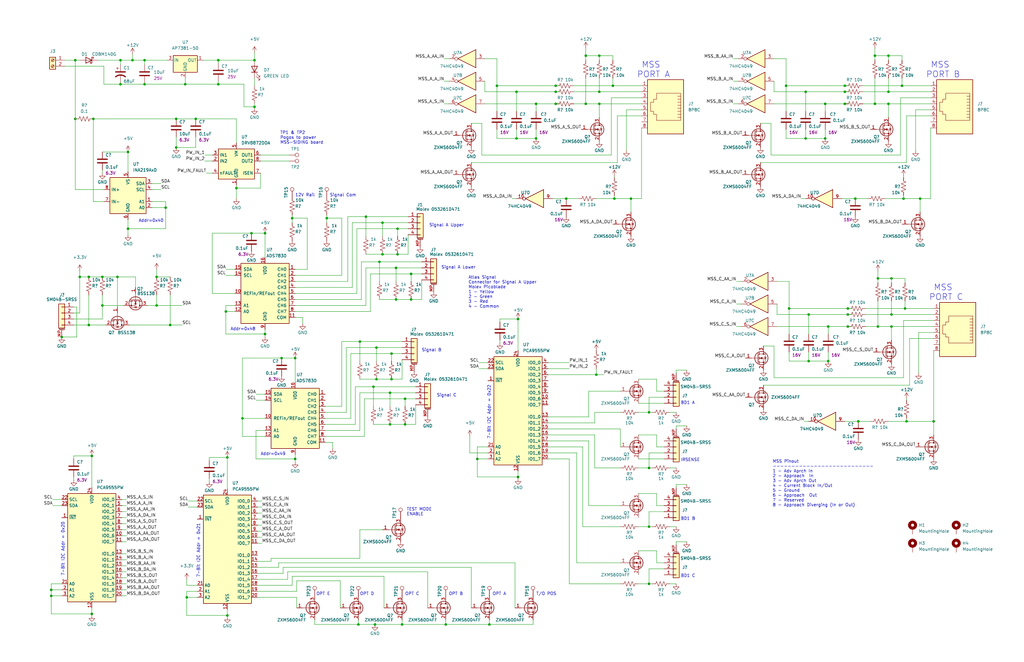
<source format=kicad_sch>
(kicad_sch (version 20211123) (generator eeschema)
  (paper "USLedger")
  (title_block (title "MSS Siding Basic v1.0") (company "Iowa Scaled Engineering"))
  (junction (at 37.465 137.16))
  (junction (at 357.505 137.795))
  (junction (at 161.29 93.98))
  (junction (at 124.46 193.675))
  (junction (at 247.015 23.495))
  (junction (at 370.205 117.475))
  (junction (at 375.92 132.715))
  (junction (at 387.985 83.82))
  (junction (at 252.73 23.495))
  (junction (at 234.315 43.815))
  (junction (at 95.885 259.715))
  (junction (at 234.315 36.195))
  (junction (at 164.465 179.07))
  (junction (at 266.065 83.82))
  (junction (at 95.885 193.04))
  (junction (at 50.8 35.56))
  (junction (at 158.75 160.02))
  (junction (at 273.685 173.99))
  (junction (at 95.25 131.445))
  (junction (at 217.805 58.42))
  (junction (at 151.765 144.145))
  (junction (at 374.65 23.495))
  (junction (at 49.53 116.84))
  (junction (at 167.005 113.03))
  (junction (at 382.27 177.8))
  (junction (at 349.25 152.4))
  (junction (at 170.815 179.07))
  (junction (at 273.685 197.485))
  (junction (at 158.115 263.525))
  (junction (at 60.96 35.56))
  (junction (at 357.505 130.175))
  (junction (at 118.745 151.13))
  (junction (at 217.805 38.735))
  (junction (at 247.015 43.815))
  (junction (at 160.02 110.49))
  (junction (at 273.685 222.25))
  (junction (at 368.935 43.815))
  (junction (at 158.75 146.685))
  (junction (at 111.76 98.425))
  (junction (at 374.65 43.815))
  (junction (at 107.315 45.085))
  (junction (at 31.75 50.165))
  (junction (at 201.295 193.675))
  (junction (at 170.815 168.275))
  (junction (at 50.8 25.4))
  (junction (at 107.315 25.4))
  (junction (at 173.355 115.57))
  (junction (at 356.235 36.195))
  (junction (at 226.06 58.42))
  (junction (at 157.48 163.195))
  (junction (at 375.92 117.475))
  (junction (at 218.44 134.62))
  (junction (at 349.25 137.795))
  (junction (at 209.55 36.195))
  (junction (at 331.47 36.195))
  (junction (at 339.725 38.735))
  (junction (at 69.85 87.63))
  (junction (at 347.98 43.815))
  (junction (at 31.75 25.4))
  (junction (at 124.46 151.13))
  (junction (at 380.365 36.195))
  (junction (at 60.96 25.4))
  (junction (at 340.995 132.715))
  (junction (at 111.76 140.97))
  (junction (at 82.55 50.165))
  (junction (at 339.725 58.42))
  (junction (at 53.975 64.135))
  (junction (at 164.465 165.735))
  (junction (at 92.075 25.4))
  (junction (at 234.315 38.735))
  (junction (at 33.655 116.84))
  (junction (at 238.76 83.82))
  (junction (at 375.92 137.795))
  (junction (at 258.445 36.195))
  (junction (at 259.08 83.82))
  (junction (at 374.65 38.735))
  (junction (at 167.64 96.52))
  (junction (at 102.235 176.53))
  (junction (at 226.06 43.815))
  (junction (at 137.795 92.075))
  (junction (at 123.19 92.075))
  (junction (at 370.205 137.795))
  (junction (at 381.635 130.175))
  (junction (at 151.13 263.525))
  (junction (at 71.755 137.16))
  (junction (at 273.685 246.38))
  (junction (at 21.59 251.46))
  (junction (at 66.04 116.84))
  (junction (at 74.295 50.165))
  (junction (at 154.305 91.44))
  (junction (at 251.46 158.115))
  (junction (at 381 83.82))
  (junction (at 165.1 160.02))
  (junction (at 38.735 192.405))
  (junction (at 368.935 23.495))
  (junction (at 167.005 126.365))
  (junction (at 92.075 35.56))
  (junction (at 78.74 252.095))
  (junction (at 21.59 248.92))
  (junction (at 38.735 259.08))
  (junction (at 99.695 79.375))
  (junction (at 43.18 128.905))
  (junction (at 332.74 130.175))
  (junction (at 340.995 152.4))
  (junction (at 356.235 43.815))
  (junction (at 393.7 177.8))
  (junction (at 206.375 263.525))
  (junction (at 252.73 43.815))
  (junction (at 169.545 263.525))
  (junction (at 39.37 50.165))
  (junction (at 161.29 107.315))
  (junction (at 106.045 98.425))
  (junction (at 37.465 116.84))
  (junction (at 55.88 25.4))
  (junction (at 26.035 142.24))
  (junction (at 74.295 62.23))
  (junction (at 357.505 132.715))
  (junction (at 360.68 83.82))
  (junction (at 173.355 126.365))
  (junction (at 218.44 201.295))
  (junction (at 347.98 58.42))
  (junction (at 187.96 263.525))
  (junction (at 252.73 38.735))
  (junction (at 43.18 116.84))
  (junction (at 53.975 96.52))
  (junction (at 361.95 177.8))
  (junction (at 167.64 107.315))
  (junction (at 66.04 128.905))
  (junction (at 165.1 149.225))
  (junction (at 356.235 38.735))
  (junction (at 78.105 35.56))
  (wire (pts (xy 69.85 87.63) (xy 69.85 96.52)))
  (wire (pts (xy 38.735 259.715) (xy 38.735 259.08)))
  (wire (pts (xy 325.12 52.07) (xy 325.12 65.405)))
  (wire (pts (xy 66.04 113.665) (xy 66.04 116.84)))
  (wire (pts (xy 78.74 259.715) (xy 95.885 259.715)))
  (wire (pts (xy 209.55 36.195) (xy 234.315 36.195)))
  (wire (pts (xy 156.21 131.445) (xy 124.46 131.445)))
  (wire (pts (xy 154.305 113.03) (xy 154.305 128.905)))
  (wire (pts (xy 243.205 191.135) (xy 231.14 191.135)))
  (wire (pts (xy 269.24 208.28) (xy 276.86 208.28)))
  (wire (pts (xy 151.765 160.02) (xy 158.75 160.02)))
  (wire (pts (xy 121.92 67.945) (xy 109.855 67.945)))
  (wire (pts (xy 154.305 107.315) (xy 161.29 107.315)))
  (wire (pts (xy 156.21 115.57) (xy 156.21 131.445)))
  (wire (pts (xy 110.49 219.075) (xy 108.585 219.075)))
  (wire (pts (xy 321.945 146.05) (xy 326.39 146.05)))
  (wire (pts (xy 137.795 92.075) (xy 144.145 92.075)))
  (wire (pts (xy 392.43 83.82) (xy 387.985 83.82)))
  (wire (pts (xy 310.515 118.745) (xy 312.42 118.745)))
  (wire (pts (xy 245.745 188.595) (xy 245.745 222.25)))
  (wire (pts (xy 41.275 25.4) (xy 50.8 25.4)))
  (wire (pts (xy 146.685 91.44) (xy 154.305 91.44)))
  (wire (pts (xy 114.3 236.855) (xy 108.585 236.855)))
  (wire (pts (xy 22.225 210.82) (xy 26.035 210.82)))
  (wire (pts (xy 217.805 54.61) (xy 217.805 58.42)))
  (wire (pts (xy 261.62 213.36) (xy 248.285 213.36)))
  (wire (pts (xy 71.755 137.16) (xy 71.755 124.46)))
  (wire (pts (xy 198.755 239.395) (xy 198.755 256.54)))
  (wire (pts (xy 259.08 74.93) (xy 259.08 74.295)))
  (wire (pts (xy 340.995 148.59) (xy 340.995 152.4)))
  (wire (pts (xy 206.375 261.62) (xy 206.375 263.525)))
  (wire (pts (xy 370.205 114.3) (xy 370.205 117.475)))
  (wire (pts (xy 121.92 65.405) (xy 109.855 65.405)))
  (wire (pts (xy 106.045 98.425) (xy 111.76 98.425)))
  (wire (pts (xy 151.13 261.62) (xy 151.13 263.525)))
  (wire (pts (xy 38.735 192.405) (xy 38.735 205.74)))
  (wire (pts (xy 31.75 50.165) (xy 31.75 80.01)))
  (wire (pts (xy 95.885 193.04) (xy 95.885 206.375)))
  (wire (pts (xy 285.115 228.6) (xy 285.115 229.87)))
  (wire (pts (xy 309.245 24.765) (xy 311.15 24.765)))
  (wire (pts (xy 110.49 221.615) (xy 108.585 221.615)))
  (wire (pts (xy 326.39 146.05) (xy 326.39 159.385)))
  (wire (pts (xy 201.93 155.575) (xy 205.74 155.575)))
  (wire (pts (xy 124.46 151.13) (xy 124.46 161.29)))
  (wire (pts (xy 74.295 50.165) (xy 39.37 50.165)))
  (wire (pts (xy 381.635 117.475) (xy 381.635 119.38)))
  (wire (pts (xy 111.76 140.97) (xy 95.25 140.97)))
  (wire (pts (xy 380.365 36.195) (xy 392.43 36.195)))
  (wire (pts (xy 273.685 246.38) (xy 274.955 246.38)))
  (wire (pts (xy 147.955 176.53) (xy 147.955 149.225)))
  (wire (pts (xy 231.14 158.115) (xy 251.46 158.115)))
  (wire (pts (xy 285.115 197.485) (xy 282.575 197.485)))
  (wire (pts (xy 380.365 33.02) (xy 380.365 36.195)))
  (wire (pts (xy 123.19 92.075) (xy 123.19 93.98)))
  (wire (pts (xy 270.51 53.975) (xy 270.51 83.82)))
  (wire (pts (xy 386.08 46.355) (xy 392.43 46.355)))
  (wire (pts (xy 368.935 23.495) (xy 368.935 25.4)))
  (wire (pts (xy 38.735 259.08) (xy 38.735 256.54)))
  (wire (pts (xy 203.2 65.405) (xy 257.81 65.405)))
  (wire (pts (xy 276.86 160.02) (xy 276.86 165.1)))
  (wire (pts (xy 285.115 179.705) (xy 285.115 180.975)))
  (wire (pts (xy 43.18 124.46) (xy 43.18 128.905)))
  (wire (pts (xy 309.245 43.815) (xy 311.15 43.815)))
  (wire (pts (xy 167.64 107.315) (xy 172.085 107.315)))
  (wire (pts (xy 260.35 48.895) (xy 270.51 48.895)))
  (wire (pts (xy 53.975 96.52) (xy 53.975 92.71)))
  (wire (pts (xy 102.235 151.13) (xy 118.745 151.13)))
  (wire (pts (xy 252.73 23.495) (xy 252.73 25.4)))
  (wire (pts (xy 154.305 91.44) (xy 172.085 91.44)))
  (wire (pts (xy 95.25 128.905) (xy 99.06 128.905)))
  (wire (pts (xy 374.65 33.02) (xy 374.65 38.735)))
  (wire (pts (xy 43.18 64.135) (xy 53.975 64.135)))
  (wire (pts (xy 383.54 162.56) (xy 383.54 142.875)))
  (wire (pts (xy 289.56 179.705) (xy 285.115 179.705)))
  (wire (pts (xy 167.005 126.365) (xy 173.355 126.365)))
  (wire (pts (xy 161.29 93.98) (xy 172.085 93.98)))
  (wire (pts (xy 201.295 201.295) (xy 218.44 201.295)))
  (wire (pts (xy 273.685 167.64) (xy 280.035 167.64)))
  (wire (pts (xy 250.825 173.99) (xy 261.62 173.99)))
  (wire (pts (xy 33.655 114.3) (xy 33.655 116.84)))
  (wire (pts (xy 359.41 132.715) (xy 357.505 132.715)))
  (wire (pts (xy 251.46 158.115) (xy 254.635 158.115)))
  (wire (pts (xy 251.46 155.575) (xy 251.46 158.115)))
  (wire (pts (xy 340.995 140.97) (xy 340.995 132.715)))
  (wire (pts (xy 95.25 116.205) (xy 99.06 116.205)))
  (wire (pts (xy 187.325 24.765) (xy 189.23 24.765)))
  (wire (pts (xy 326.39 38.735) (xy 339.725 38.735)))
  (wire (pts (xy 392.43 53.975) (xy 392.43 83.82)))
  (wire (pts (xy 252.73 43.815) (xy 270.51 43.815)))
  (wire (pts (xy 50.8 35.56) (xy 60.96 35.56)))
  (wire (pts (xy 217.805 38.735) (xy 234.315 38.735)))
  (wire (pts (xy 204.47 38.735) (xy 217.805 38.735)))
  (wire (pts (xy 276.86 165.1) (xy 280.035 165.1)))
  (wire (pts (xy 387.35 140.335) (xy 393.7 140.335)))
  (wire (pts (xy 124.46 123.825) (xy 150.495 123.825)))
  (wire (pts (xy 276.86 232.41) (xy 276.86 237.49)))
  (wire (pts (xy 382.27 68.58) (xy 382.27 48.895)))
  (wire (pts (xy 273.685 197.485) (xy 274.955 197.485)))
  (wire (pts (xy 165.1 152.4) (xy 165.1 149.225)))
  (wire (pts (xy 78.74 249.555) (xy 83.185 249.555)))
  (wire (pts (xy 86.36 67.945) (xy 89.535 67.945)))
  (wire (pts (xy 252.73 23.495) (xy 247.015 23.495)))
  (wire (pts (xy 374.65 23.495) (xy 368.935 23.495)))
  (wire (pts (xy 226.06 54.61) (xy 226.06 58.42)))
  (wire (pts (xy 327.66 132.715) (xy 340.995 132.715)))
  (wire (pts (xy 387.985 83.82) (xy 387.985 89.535)))
  (wire (pts (xy 158.75 146.685) (xy 146.05 146.685)))
  (wire (pts (xy 27.305 25.4) (xy 31.75 25.4)))
  (wire (pts (xy 108.585 249.555) (xy 125.095 249.555)))
  (wire (pts (xy 231.14 153.035) (xy 240.03 153.035)))
  (wire (pts (xy 43.815 27.94) (xy 43.815 35.56)))
  (wire (pts (xy 150.495 123.825) (xy 150.495 96.52)))
  (wire (pts (xy 236.22 43.815) (xy 234.315 43.815)))
  (wire (pts (xy 273.685 167.64) (xy 273.685 173.99)))
  (wire (pts (xy 107.315 33.02) (xy 107.315 36.195)))
  (wire (pts (xy 170.815 171.45) (xy 170.815 168.275)))
  (wire (pts (xy 79.375 213.995) (xy 83.185 213.995)))
  (wire (pts (xy 31.115 193.675) (xy 31.115 192.405)))
  (wire (pts (xy 245.745 222.25) (xy 261.62 222.25)))
  (wire (pts (xy 331.47 58.42) (xy 331.47 54.61)))
  (wire (pts (xy 121.285 244.475) (xy 121.285 241.3)))
  (wire (pts (xy 124.46 193.675) (xy 107.95 193.675)))
  (wire (pts (xy 382.27 168.91) (xy 382.27 168.275)))
  (wire (pts (xy 198.12 191.135) (xy 198.12 184.15)))
  (wire (pts (xy 43.18 71.755) (xy 43.18 73.025)))
  (wire (pts (xy 205.74 188.595) (xy 201.295 188.595)))
  (wire (pts (xy 273.685 191.135) (xy 280.035 191.135)))
  (wire (pts (xy 160.02 118.745) (xy 160.02 110.49)))
  (wire (pts (xy 108.585 247.015) (xy 123.19 247.015)))
  (wire (pts (xy 175.26 170.815) (xy 175.26 179.07)))
  (wire (pts (xy 356.235 177.8) (xy 361.95 177.8)))
  (wire (pts (xy 110.49 213.995) (xy 108.585 213.995)))
  (wire (pts (xy 67.945 77.47) (xy 64.135 77.47)))
  (wire (pts (xy 26.035 246.38) (xy 21.59 246.38)))
  (wire (pts (xy 217.805 46.99) (xy 217.805 38.735)))
  (wire (pts (xy 339.725 38.735) (xy 356.235 38.735)))
  (wire (pts (xy 21.59 248.92) (xy 21.59 251.46)))
  (wire (pts (xy 273.685 240.03) (xy 273.685 246.38)))
  (wire (pts (xy 110.49 229.235) (xy 108.585 229.235)))
  (wire (pts (xy 158.75 152.4) (xy 158.75 146.685)))
  (wire (pts (xy 152.4 126.365) (xy 152.4 110.49)))
  (wire (pts (xy 111.76 140.97) (xy 111.76 139.065)))
  (wire (pts (xy 99.06 123.825) (xy 89.535 123.825)))
  (wire (pts (xy 167.005 113.03) (xy 177.8 113.03)))
  (wire (pts (xy 337.82 83.82) (xy 339.725 83.82)))
  (wire (pts (xy 218.44 201.93) (xy 218.44 201.295)))
  (wire (pts (xy 332.74 130.175) (xy 332.74 140.97)))
  (wire (pts (xy 111.76 142.24) (xy 111.76 140.97)))
  (wire (pts (xy 21.59 251.46) (xy 21.59 259.08)))
  (wire (pts (xy 231.14 175.895) (xy 248.285 175.895)))
  (wire (pts (xy 102.235 176.53) (xy 102.235 151.13)))
  (wire (pts (xy 53.975 64.135) (xy 53.975 72.39)))
  (wire (pts (xy 363.855 38.735) (xy 374.65 38.735)))
  (wire (pts (xy 146.05 173.99) (xy 137.16 173.99)))
  (wire (pts (xy 31.115 132.08) (xy 33.655 132.08)))
  (wire (pts (xy 259.08 83.82) (xy 266.065 83.82)))
  (wire (pts (xy 37.465 116.84) (xy 43.18 116.84)))
  (wire (pts (xy 124.46 116.205) (xy 144.145 116.205)))
  (wire (pts (xy 368.935 20.32) (xy 368.935 23.495)))
  (wire (pts (xy 349.25 148.59) (xy 349.25 152.4)))
  (wire (pts (xy 261.62 237.49) (xy 243.205 237.49)))
  (wire (pts (xy 349.25 140.97) (xy 349.25 137.795)))
  (wire (pts (xy 393.7 147.955) (xy 393.7 177.8)))
  (wire (pts (xy 332.74 118.745) (xy 332.74 130.175)))
  (wire (pts (xy 78.74 252.095) (xy 83.185 252.095)))
  (wire (pts (xy 143.51 245.11) (xy 143.51 256.54)))
  (wire (pts (xy 137.16 171.45) (xy 144.145 171.45)))
  (wire (pts (xy 108.585 239.395) (xy 117.475 239.395)))
  (wire (pts (xy 107.315 45.085) (xy 102.87 45.085)))
  (wire (pts (xy 332.74 152.4) (xy 332.74 148.59)))
  (wire (pts (xy 132.715 263.525) (xy 151.13 263.525)))
  (wire (pts (xy 347.98 43.815) (xy 356.235 43.815)))
  (wire (pts (xy 381 83.82) (xy 373.38 83.82)))
  (wire (pts (xy 289.56 228.6) (xy 285.115 228.6)))
  (wire (pts (xy 129.54 113.665) (xy 124.46 113.665)))
  (wire (pts (xy 150.495 96.52) (xy 167.64 96.52)))
  (wire (pts (xy 125.095 249.555) (xy 125.095 245.11)))
  (wire (pts (xy 206.375 263.525) (xy 187.96 263.525)))
  (wire (pts (xy 157.48 163.195) (xy 175.26 163.195)))
  (wire (pts (xy 381 159.385) (xy 381 135.255)))
  (wire (pts (xy 82.55 50.165) (xy 74.295 50.165)))
  (wire (pts (xy 49.53 116.84) (xy 49.53 129.54)))
  (wire (pts (xy 161.925 243.205) (xy 161.925 256.54)))
  (wire (pts (xy 201.295 193.675) (xy 205.74 193.675)))
  (wire (pts (xy 382.27 176.53) (xy 382.27 177.8)))
  (wire (pts (xy 210.82 134.62) (xy 218.44 134.62)))
  (wire (pts (xy 110.49 226.695) (xy 108.585 226.695)))
  (wire (pts (xy 359.41 137.795) (xy 357.505 137.795)))
  (wire (pts (xy 151.13 263.525) (xy 158.115 263.525)))
  (wire (pts (xy 379.73 41.275) (xy 392.43 41.275)))
  (wire (pts (xy 107.315 45.085) (xy 107.315 43.815)))
  (wire (pts (xy 95.25 131.445) (xy 95.25 128.905)))
  (wire (pts (xy 285.115 222.25) (xy 282.575 222.25)))
  (wire (pts (xy 54.61 137.16) (xy 71.755 137.16)))
  (wire (pts (xy 107.315 45.085) (xy 107.315 45.72)))
  (wire (pts (xy 241.935 36.195) (xy 258.445 36.195)))
  (wire (pts (xy 53.34 213.36) (xy 51.435 213.36)))
  (wire (pts (xy 132.715 261.62) (xy 132.715 263.525)))
  (wire (pts (xy 53.34 226.06) (xy 51.435 226.06)))
  (wire (pts (xy 374.65 23.495) (xy 374.65 25.4)))
  (wire (pts (xy 327.66 137.795) (xy 349.25 137.795)))
  (wire (pts (xy 361.95 177.8) (xy 367.03 177.8)))
  (wire (pts (xy 247.015 43.815) (xy 252.73 43.815)))
  (wire (pts (xy 43.815 35.56) (xy 50.8 35.56)))
  (wire (pts (xy 127.635 133.985) (xy 127.635 136.525)))
  (wire (pts (xy 375.92 117.475) (xy 375.92 119.38)))
  (wire (pts (xy 158.75 160.02) (xy 165.1 160.02)))
  (wire (pts (xy 149.86 163.195) (xy 157.48 163.195)))
  (wire (pts (xy 380.365 23.495) (xy 380.365 25.4)))
  (wire (pts (xy 180.34 241.3) (xy 180.34 256.54)))
  (wire (pts (xy 260.35 68.58) (xy 260.35 48.895)))
  (wire (pts (xy 368.935 43.815) (xy 374.65 43.815)))
  (wire (pts (xy 393.7 177.8) (xy 393.7 183.515)))
  (wire (pts (xy 331.47 36.195) (xy 331.47 46.99)))
  (wire (pts (xy 78.74 249.555) (xy 78.74 252.095)))
  (wire (pts (xy 218.44 134.62) (xy 218.44 147.955)))
  (wire (pts (xy 153.67 168.275) (xy 170.815 168.275)))
  (wire (pts (xy 102.87 35.56) (xy 92.075 35.56)))
  (wire (pts (xy 107.315 25.4) (xy 92.075 25.4)))
  (wire (pts (xy 258.445 23.495) (xy 258.445 25.4)))
  (wire (pts (xy 32.385 129.54) (xy 32.385 142.24)))
  (wire (pts (xy 124.46 193.675) (xy 124.46 191.77)))
  (wire (pts (xy 170.815 179.07) (xy 175.26 179.07)))
  (wire (pts (xy 107.315 22.225) (xy 107.315 25.4)))
  (wire (pts (xy 165.1 149.225) (xy 169.545 149.225)))
  (wire (pts (xy 60.96 34.925) (xy 60.96 35.56)))
  (wire (pts (xy 201.295 188.595) (xy 201.295 193.675)))
  (wire (pts (xy 161.29 99.695) (xy 161.29 93.98)))
  (wire (pts (xy 339.725 46.99) (xy 339.725 38.735)))
  (wire (pts (xy 99.695 79.375) (xy 99.695 78.105)))
  (wire (pts (xy 269.24 222.25) (xy 273.685 222.25)))
  (wire (pts (xy 381.635 130.175) (xy 393.7 130.175)))
  (wire (pts (xy 258.445 36.195) (xy 270.51 36.195)))
  (wire (pts (xy 187.325 34.29) (xy 189.23 34.29)))
  (wire (pts (xy 31.75 25.4) (xy 33.655 25.4)))
  (wire (pts (xy 331.47 36.195) (xy 356.235 36.195)))
  (wire (pts (xy 157.48 171.45) (xy 157.48 163.195)))
  (wire (pts (xy 347.98 58.42) (xy 339.725 58.42)))
  (wire (pts (xy 154.305 128.905) (xy 124.46 128.905)))
  (wire (pts (xy 137.795 92.075) (xy 137.795 93.98)))
  (wire (pts (xy 60.96 25.4) (xy 60.96 27.305)))
  (wire (pts (xy 71.755 137.16) (xy 76.835 137.16)))
  (wire (pts (xy 37.465 124.46) (xy 37.465 137.16)))
  (wire (pts (xy 95.885 260.35) (xy 95.885 259.715)))
  (wire (pts (xy 99.695 83.82) (xy 99.695 79.375)))
  (wire (pts (xy 102.235 176.53) (xy 102.235 184.15)))
  (wire (pts (xy 27.305 27.94) (xy 43.815 27.94)))
  (wire (pts (xy 151.765 235.585) (xy 151.765 223.52)))
  (wire (pts (xy 273.685 222.25) (xy 274.955 222.25)))
  (wire (pts (xy 50.8 25.4) (xy 50.8 27.305)))
  (wire (pts (xy 248.285 175.895) (xy 248.285 165.1)))
  (wire (pts (xy 156.21 115.57) (xy 173.355 115.57)))
  (wire (pts (xy 198.755 68.58) (xy 260.35 68.58)))
  (wire (pts (xy 53.34 248.92) (xy 51.435 248.92)))
  (wire (pts (xy 21.59 259.08) (xy 38.735 259.08)))
  (wire (pts (xy 31.115 129.54) (xy 32.385 129.54)))
  (wire (pts (xy 137.16 176.53) (xy 147.955 176.53)))
  (wire (pts (xy 53.34 238.76) (xy 51.435 238.76)))
  (wire (pts (xy 340.995 132.715) (xy 357.505 132.715)))
  (wire (pts (xy 108.585 241.935) (xy 119.38 241.935)))
  (wire (pts (xy 177.8 118.11) (xy 177.8 126.365)))
  (wire (pts (xy 273.685 215.9) (xy 273.685 222.25)))
  (wire (pts (xy 31.115 137.16) (xy 37.465 137.16)))
  (wire (pts (xy 110.49 216.535) (xy 108.585 216.535)))
  (wire (pts (xy 238.76 83.82) (xy 243.84 83.82)))
  (wire (pts (xy 173.355 115.57) (xy 177.8 115.57)))
  (wire (pts (xy 151.765 165.735) (xy 151.765 181.61)))
  (wire (pts (xy 210.82 135.89) (xy 210.82 134.62)))
  (wire (pts (xy 153.67 168.275) (xy 153.67 184.15)))
  (wire (pts (xy 151.765 181.61) (xy 137.16 181.61)))
  (wire (pts (xy 173.355 118.745) (xy 173.355 115.57)))
  (wire (pts (xy 78.74 252.095) (xy 78.74 259.715)))
  (wire (pts (xy 95.25 140.97) (xy 95.25 131.445)))
  (wire (pts (xy 285.115 246.38) (xy 282.575 246.38)))
  (wire (pts (xy 33.655 116.84) (xy 37.465 116.84)))
  (wire (pts (xy 258.445 23.495) (xy 252.73 23.495)))
  (wire (pts (xy 125.095 245.11) (xy 143.51 245.11)))
  (wire (pts (xy 53.34 236.22) (xy 51.435 236.22)))
  (wire (pts (xy 233.045 83.82) (xy 238.76 83.82)))
  (wire (pts (xy 215.9 83.82) (xy 217.805 83.82)))
  (wire (pts (xy 79.375 211.455) (xy 83.185 211.455)))
  (wire (pts (xy 109.855 73.025) (xy 109.855 79.375)))
  (wire (pts (xy 60.96 35.56) (xy 78.105 35.56)))
  (wire (pts (xy 31.115 134.62) (xy 43.18 134.62)))
  (wire (pts (xy 111.76 176.53) (xy 102.235 176.53)))
  (wire (pts (xy 264.16 46.355) (xy 270.51 46.355)))
  (wire (pts (xy 108.585 252.095) (xy 125.095 252.095)))
  (wire (pts (xy 248.285 165.1) (xy 261.62 165.1)))
  (wire (pts (xy 382.27 48.895) (xy 392.43 48.895)))
  (wire (pts (xy 382.27 177.8) (xy 393.7 177.8)))
  (wire (pts (xy 95.25 131.445) (xy 99.06 131.445)))
  (wire (pts (xy 66.04 116.84) (xy 71.755 116.84)))
  (wire (pts (xy 339.725 54.61) (xy 339.725 58.42)))
  (wire (pts (xy 217.805 58.42) (xy 209.55 58.42)))
  (wire (pts (xy 69.85 85.09) (xy 69.85 87.63)))
  (wire (pts (xy 82.55 62.23) (xy 82.55 57.785)))
  (wire (pts (xy 321.945 162.56) (xy 383.54 162.56)))
  (wire (pts (xy 264.16 46.355) (xy 264.16 63.5)))
  (wire (pts (xy 74.295 62.23) (xy 82.55 62.23)))
  (wire (pts (xy 53.34 243.84) (xy 51.435 243.84)))
  (wire (pts (xy 66.04 124.46) (xy 66.04 128.905)))
  (wire (pts (xy 326.39 34.29) (xy 326.39 38.735)))
  (wire (pts (xy 164.465 165.735) (xy 175.26 165.735)))
  (wire (pts (xy 148.59 93.98) (xy 148.59 121.285)))
  (wire (pts (xy 21.59 248.92) (xy 26.035 248.92)))
  (wire (pts (xy 53.34 223.52) (xy 51.435 223.52)))
  (wire (pts (xy 201.93 153.035) (xy 205.74 153.035)))
  (wire (pts (xy 33.655 116.84) (xy 33.655 132.08)))
  (wire (pts (xy 217.17 237.49) (xy 217.17 256.54)))
  (wire (pts (xy 349.25 137.795) (xy 357.505 137.795)))
  (wire (pts (xy 167.64 99.695) (xy 167.64 96.52)))
  (wire (pts (xy 172.085 99.06) (xy 172.085 107.315)))
  (wire (pts (xy 261.62 246.38) (xy 240.03 246.38)))
  (wire (pts (xy 151.765 223.52) (xy 161.29 223.52)))
  (wire (pts (xy 144.145 171.45) (xy 144.145 144.145)))
  (wire (pts (xy 269.24 173.99) (xy 273.685 173.99)))
  (wire (pts (xy 358.14 43.815) (xy 356.235 43.815)))
  (wire (pts (xy 285.115 204.47) (xy 285.115 205.74)))
  (wire (pts (xy 231.14 155.575) (xy 240.03 155.575)))
  (wire (pts (xy 285.115 173.99) (xy 282.575 173.99)))
  (wire (pts (xy 22.225 213.36) (xy 26.035 213.36)))
  (wire (pts (xy 276.86 183.515) (xy 276.86 188.595)))
  (wire (pts (xy 368.935 33.02) (xy 368.935 43.815)))
  (wire (pts (xy 224.79 263.525) (xy 224.79 261.62)))
  (wire (pts (xy 154.305 99.695) (xy 154.305 91.44)))
  (wire (pts (xy 149.86 179.07) (xy 149.86 163.195)))
  (wire (pts (xy 387.35 140.335) (xy 387.35 157.48)))
  (wire (pts (xy 95.25 113.665) (xy 99.06 113.665)))
  (wire (pts (xy 64.135 85.09) (xy 69.85 85.09)))
  (wire (pts (xy 206.375 263.525) (xy 224.79 263.525)))
  (wire (pts (xy 326.39 159.385) (xy 381 159.385)))
  (wire (pts (xy 383.54 142.875) (xy 393.7 142.875)))
  (wire (pts (xy 339.725 58.42) (xy 331.47 58.42)))
  (wire (pts (xy 363.855 43.815) (xy 368.935 43.815)))
  (wire (pts (xy 53.34 233.68) (xy 51.435 233.68)))
  (wire (pts (xy 257.81 65.405) (xy 257.81 41.275)))
  (wire (pts (xy 152.4 110.49) (xy 160.02 110.49)))
  (wire (pts (xy 252.73 33.02) (xy 252.73 38.735)))
  (wire (pts (xy 110.49 224.155) (xy 108.585 224.155)))
  (wire (pts (xy 78.74 247.015) (xy 83.185 247.015)))
  (wire (pts (xy 270.51 83.82) (xy 266.065 83.82)))
  (wire (pts (xy 21.59 246.38) (xy 21.59 248.92)))
  (wire (pts (xy 32.385 142.24) (xy 26.035 142.24)))
  (wire (pts (xy 226.06 43.815) (xy 234.315 43.815)))
  (wire (pts (xy 236.22 36.195) (xy 234.315 36.195)))
  (wire (pts (xy 140.335 186.69) (xy 140.335 189.23)))
  (wire (pts (xy 258.445 33.02) (xy 258.445 36.195)))
  (wire (pts (xy 309.245 34.29) (xy 311.15 34.29)))
  (wire (pts (xy 386.08 46.355) (xy 386.08 63.5)))
  (wire (pts (xy 226.06 46.99) (xy 226.06 43.815)))
  (wire (pts (xy 266.065 83.82) (xy 266.065 89.535)))
  (wire (pts (xy 269.24 170.18) (xy 280.035 170.18)))
  (wire (pts (xy 269.24 160.02) (xy 276.86 160.02)))
  (wire (pts (xy 125.095 252.095) (xy 125.095 256.54)))
  (wire (pts (xy 340.995 152.4) (xy 332.74 152.4)))
  (wire (pts (xy 252.73 38.735) (xy 270.51 38.735)))
  (wire (pts (xy 110.49 211.455) (xy 108.585 211.455)))
  (wire (pts (xy 381 83.82) (xy 387.985 83.82)))
  (wire (pts (xy 331.47 24.765) (xy 331.47 36.195)))
  (wire (pts (xy 339.09 177.8) (xy 340.995 177.8)))
  (wire (pts (xy 381 135.255) (xy 393.7 135.255)))
  (wire (pts (xy 88.265 201.93) (xy 88.265 203.2)))
  (wire (pts (xy 375.92 137.795) (xy 393.7 137.795)))
  (wire (pts (xy 209.55 24.765) (xy 209.55 36.195)))
  (wire (pts (xy 53.34 246.38) (xy 51.435 246.38)))
  (wire (pts (xy 243.205 237.49) (xy 243.205 191.135)))
  (wire (pts (xy 53.34 241.3) (xy 51.435 241.3)))
  (wire (pts (xy 119.38 241.935) (xy 119.38 239.395)))
  (wire (pts (xy 146.685 118.745) (xy 146.685 91.44)))
  (wire (pts (xy 123.19 90.805) (xy 123.19 92.075)))
  (wire (pts (xy 359.41 130.175) (xy 357.505 130.175)))
  (wire (pts (xy 375.92 132.715) (xy 393.7 132.715)))
  (wire (pts (xy 209.55 36.195) (xy 209.55 46.99)))
  (wire (pts (xy 250.825 197.485) (xy 250.825 183.515)))
  (wire (pts (xy 160.02 110.49) (xy 177.8 110.49)))
  (wire (pts (xy 236.22 38.735) (xy 234.315 38.735)))
  (wire (pts (xy 379.73 65.405) (xy 379.73 41.275)))
  (wire (pts (xy 107.95 181.61) (xy 107.95 193.675)))
  (wire (pts (xy 53.34 228.6) (xy 51.435 228.6)))
  (wire (pts (xy 259.08 83.82) (xy 251.46 83.82)))
  (wire (pts (xy 370.205 127) (xy 370.205 137.795)))
  (wire (pts (xy 137.16 179.07) (xy 149.86 179.07)))
  (wire (pts (xy 99.695 60.325) (xy 99.695 50.165)))
  (wire (pts (xy 60.96 25.4) (xy 70.485 25.4)))
  (wire (pts (xy 273.685 240.03) (xy 280.035 240.03)))
  (wire (pts (xy 289.56 204.47) (xy 285.115 204.47)))
  (wire (pts (xy 86.995 73.025) (xy 89.535 73.025)))
  (wire (pts (xy 144.145 144.145) (xy 151.765 144.145)))
  (wire (pts (xy 169.545 151.765) (xy 169.545 160.02)))
  (wire (pts (xy 370.205 117.475) (xy 370.205 119.38)))
  (wire (pts (xy 124.46 118.745) (xy 146.685 118.745)))
  (wire (pts (xy 43.18 128.905) (xy 52.07 128.905)))
  (wire (pts (xy 380.365 23.495) (xy 374.65 23.495)))
  (wire (pts (xy 137.795 90.805) (xy 137.795 92.075)))
  (wire (pts (xy 124.46 126.365) (xy 152.4 126.365)))
  (wire (pts (xy 137.16 186.69) (xy 140.335 186.69)))
  (wire (pts (xy 123.19 247.015) (xy 123.19 243.205)))
  (wire (pts (xy 354.965 83.82) (xy 360.68 83.82)))
  (wire (pts (xy 62.23 128.905) (xy 66.04 128.905)))
  (wire (pts (xy 241.935 38.735) (xy 252.73 38.735)))
  (wire (pts (xy 269.24 232.41) (xy 276.86 232.41)))
  (wire (pts (xy 231.14 178.435) (xy 250.825 178.435)))
  (wire (pts (xy 53.34 210.82) (xy 51.435 210.82)))
  (wire (pts (xy 108.585 244.475) (xy 121.285 244.475)))
  (wire (pts (xy 102.87 45.085) (xy 102.87 35.56)))
  (wire (pts (xy 173.355 126.365) (xy 177.8 126.365)))
  (wire (pts (xy 123.19 92.075) (xy 129.54 92.075)))
  (wire (pts (xy 360.68 83.82) (xy 365.76 83.82)))
  (wire (pts (xy 74.295 57.785) (xy 74.295 62.23)))
  (wire (pts (xy 164.465 171.45) (xy 164.465 165.735)))
  (wire (pts (xy 107.95 168.91) (xy 111.76 168.91)))
  (wire (pts (xy 88.265 193.04) (xy 95.885 193.04)))
  (wire (pts (xy 276.86 213.36) (xy 280.035 213.36)))
  (wire (pts (xy 89.535 98.425) (xy 106.045 98.425)))
  (wire (pts (xy 107.95 181.61) (xy 111.76 181.61)))
  (wire (pts (xy 231.14 180.975) (xy 261.62 180.975)))
  (wire (pts (xy 375.92 127) (xy 375.92 132.715)))
  (wire (pts (xy 252.73 43.815) (xy 252.73 49.53)))
  (wire (pts (xy 107.95 166.37) (xy 111.76 166.37)))
  (wire (pts (xy 118.745 151.13) (xy 124.46 151.13)))
  (wire (pts (xy 117.475 237.49) (xy 217.17 237.49)))
  (wire (pts (xy 248.285 213.36) (xy 248.285 186.055)))
  (wire (pts (xy 57.15 116.84) (xy 49.53 116.84)))
  (wire (pts (xy 250.825 178.435) (xy 250.825 173.99)))
  (wire (pts (xy 320.675 68.58) (xy 382.27 68.58)))
  (wire (pts (xy 169.545 261.62) (xy 169.545 263.525)))
  (wire (pts (xy 231.14 188.595) (xy 245.745 188.595)))
  (wire (pts (xy 164.465 179.07) (xy 170.815 179.07)))
  (wire (pts (xy 276.86 188.595) (xy 280.035 188.595)))
  (wire (pts (xy 57.15 121.285) (xy 57.15 116.84)))
  (wire (pts (xy 327.66 118.745) (xy 332.74 118.745)))
  (wire (pts (xy 78.105 35.56) (xy 78.105 33.02)))
  (wire (pts (xy 111.76 98.425) (xy 111.76 108.585)))
  (wire (pts (xy 374.65 38.735) (xy 392.43 38.735)))
  (wire (pts (xy 92.075 25.4) (xy 92.075 26.67)))
  (wire (pts (xy 53.34 218.44) (xy 51.435 218.44)))
  (wire (pts (xy 325.12 65.405) (xy 379.73 65.405)))
  (wire (pts (xy 129.54 92.075) (xy 129.54 113.665)))
  (wire (pts (xy 78.74 244.475) (xy 78.74 247.015)))
  (wire (pts (xy 147.955 149.225) (xy 165.1 149.225)))
  (wire (pts (xy 248.285 186.055) (xy 231.14 186.055)))
  (wire (pts (xy 167.005 113.03) (xy 154.305 113.03)))
  (wire (pts (xy 88.265 194.31) (xy 88.265 193.04)))
  (wire (pts (xy 55.88 22.86) (xy 55.88 25.4)))
  (wire (pts (xy 289.56 156.21) (xy 285.115 156.21)))
  (wire (pts (xy 50.8 34.925) (xy 50.8 35.56)))
  (wire (pts (xy 43.18 116.84) (xy 49.53 116.84)))
  (wire (pts (xy 153.67 184.15) (xy 137.16 184.15)))
  (wire (pts (xy 170.815 168.275) (xy 175.26 168.275)))
  (wire (pts (xy 276.86 208.28) (xy 276.86 213.36)))
  (wire (pts (xy 381.635 117.475) (xy 375.92 117.475)))
  (wire (pts (xy 261.62 180.975) (xy 261.62 188.595)))
  (wire (pts (xy 218.44 201.295) (xy 218.44 198.755)))
  (wire (pts (xy 31.115 192.405) (xy 38.735 192.405)))
  (wire (pts (xy 276.86 237.49) (xy 280.035 237.49)))
  (wire (pts (xy 327.66 128.27) (xy 327.66 132.715)))
  (wire (pts (xy 349.25 152.4) (xy 340.995 152.4)))
  (wire (pts (xy 365.125 137.795) (xy 370.205 137.795)))
  (wire (pts (xy 374.65 43.815) (xy 374.65 49.53)))
  (wire (pts (xy 198.755 52.07) (xy 203.2 52.07)))
  (wire (pts (xy 78.105 35.56) (xy 92.075 35.56)))
  (wire (pts (xy 157.48 179.07) (xy 164.465 179.07)))
  (wire (pts (xy 144.145 116.205) (xy 144.145 92.075)))
  (wire (pts (xy 347.98 54.61) (xy 347.98 58.42)))
  (wire (pts (xy 123.19 243.205) (xy 161.925 243.205)))
  (wire (pts (xy 381 74.93) (xy 381 74.295)))
  (wire (pts (xy 158.75 146.685) (xy 169.545 146.685)))
  (wire (pts (xy 124.46 194.945) (xy 124.46 193.675)))
  (wire (pts (xy 69.85 96.52) (xy 53.975 96.52)))
  (wire (pts (xy 326.39 43.815) (xy 347.98 43.815)))
  (wire (pts (xy 269.24 197.485) (xy 273.685 197.485)))
  (wire (pts (xy 204.47 34.29) (xy 204.47 38.735)))
  (wire (pts (xy 55.88 25.4) (xy 60.96 25.4)))
  (wire (pts (xy 151.765 144.145) (xy 169.545 144.145)))
  (wire (pts (xy 95.885 259.715) (xy 95.885 257.175)))
  (wire (pts (xy 99.695 50.165) (xy 82.55 50.165)))
  (wire (pts (xy 187.325 43.815) (xy 189.23 43.815)))
  (wire (pts (xy 240.03 193.675) (xy 231.14 193.675)))
  (wire (pts (xy 273.685 173.99) (xy 274.955 173.99)))
  (wire (pts (xy 53.34 220.98) (xy 51.435 220.98)))
  (wire (pts (xy 114.3 235.585) (xy 151.765 235.585)))
  (wire (pts (xy 151.765 152.4) (xy 151.765 144.145)))
  (wire (pts (xy 21.59 251.46) (xy 26.035 251.46)))
  (wire (pts (xy 374.65 43.815) (xy 392.43 43.815)))
  (wire (pts (xy 160.02 126.365) (xy 167.005 126.365)))
  (wire (pts (xy 365.125 132.715) (xy 375.92 132.715)))
  (wire (pts (xy 358.14 38.735) (xy 356.235 38.735)))
  (wire (pts (xy 53.34 215.9) (xy 51.435 215.9)))
  (wire (pts (xy 247.015 33.02) (xy 247.015 43.815)))
  (wire (pts (xy 187.96 263.525) (xy 187.96 261.62)))
  (wire (pts (xy 92.075 34.29) (xy 92.075 35.56)))
  (wire (pts (xy 66.04 128.905) (xy 76.835 128.905)))
  (wire (pts (xy 117.475 239.395) (xy 117.475 237.49)))
  (wire (pts (xy 167.64 96.52) (xy 172.085 96.52)))
  (wire (pts (xy 31.115 201.295) (xy 31.115 202.565)))
  (wire (pts (xy 347.98 46.99) (xy 347.98 43.815)))
  (wire (pts (xy 164.465 165.735) (xy 151.765 165.735)))
  (wire (pts (xy 114.3 235.585) (xy 114.3 236.855)))
  (wire (pts (xy 39.37 85.09) (xy 43.815 85.09)))
  (wire (pts (xy 381.635 127) (xy 381.635 130.175)))
  (wire (pts (xy 50.8 25.4) (xy 55.88 25.4)))
  (wire (pts (xy 210.82 143.51) (xy 210.82 144.78)))
  (wire (pts (xy 226.06 58.42) (xy 217.805 58.42)))
  (wire (pts (xy 124.46 133.985) (xy 127.635 133.985)))
  (wire (pts (xy 53.975 99.06) (xy 53.975 96.52)))
  (wire (pts (xy 269.24 183.515) (xy 276.86 183.515)))
  (wire (pts (xy 148.59 121.285) (xy 124.46 121.285)))
  (wire (pts (xy 273.685 191.135) (xy 273.685 197.485)))
  (wire (pts (xy 31.75 80.01) (xy 43.815 80.01)))
  (wire (pts (xy 43.18 128.905) (xy 43.18 134.62)))
  (wire (pts (xy 102.235 184.15) (xy 111.76 184.15)))
  (wire (pts (xy 240.03 246.38) (xy 240.03 193.675)))
  (wire (pts (xy 89.535 123.825) (xy 89.535 98.425)))
  (wire (pts (xy 161.29 93.98) (xy 148.59 93.98)))
  (wire (pts (xy 167.005 118.745) (xy 167.005 113.03)))
  (wire (pts (xy 203.2 52.07) (xy 203.2 65.405)))
  (wire (pts (xy 37.465 137.16) (xy 44.45 137.16)))
  (wire (pts (xy 205.74 191.135) (xy 198.12 191.135)))
  (wire (pts (xy 158.115 263.525) (xy 169.545 263.525)))
  (wire (pts (xy 165.1 160.02) (xy 169.545 160.02)))
  (wire (pts (xy 310.515 137.795) (xy 312.42 137.795)))
  (wire (pts (xy 204.47 43.815) (xy 226.06 43.815)))
  (wire (pts (xy 261.62 197.485) (xy 250.825 197.485)))
  (wire (pts (xy 39.37 50.165) (xy 39.37 85.09)))
  (wire (pts (xy 119.38 239.395) (xy 198.755 239.395)))
  (wire (pts (xy 269.24 193.675) (xy 280.035 193.675)))
  (wire (pts (xy 247.015 23.495) (xy 247.015 25.4)))
  (wire (pts (xy 241.935 43.815) (xy 247.015 43.815)))
  (wire (pts (xy 161.29 107.315) (xy 167.64 107.315)))
  (wire (pts (xy 31.75 25.4) (xy 31.75 50.165)))
  (wire (pts (xy 269.24 246.38) (xy 273.685 246.38)))
  (wire (pts (xy 67.945 80.01) (xy 64.135 80.01)))
  (wire (pts (xy 64.135 87.63) (xy 69.85 87.63)))
  (wire (pts (xy 358.14 36.195) (xy 356.235 36.195)))
  (wire (pts (xy 332.74 130.175) (xy 357.505 130.175)))
  (wire (pts (xy 326.39 24.765) (xy 331.47 24.765)))
  (wire (pts (xy 250.825 183.515) (xy 231.14 183.515)))
  (wire (pts (xy 375.92 137.795) (xy 375.92 143.51)))
  (wire (pts (xy 320.675 52.07) (xy 325.12 52.07)))
  (wire (pts (xy 121.285 241.3) (xy 180.34 241.3)))
  (wire (pts (xy 257.81 41.275) (xy 270.51 41.275)))
  (wire (pts (xy 370.205 137.795) (xy 375.92 137.795)))
  (wire (pts (xy 365.125 130.175) (xy 381.635 130.175)))
  (wire (pts (xy 363.855 36.195) (xy 380.365 36.195)))
  (wire (pts (xy 382.27 177.8) (xy 374.65 177.8)))
  (wire (pts (xy 247.015 20.32) (xy 247.015 23.495)))
  (wire (pts (xy 146.05 146.685) (xy 146.05 173.99)))
  (wire (pts (xy 85.725 25.4) (xy 92.075 25.4)))
  (wire (pts (xy 285.115 156.21) (xy 285.115 157.48)))
  (wire (pts (xy 259.08 82.55) (xy 259.08 83.82)))
  (wire (pts (xy 169.545 263.525) (xy 187.96 263.525)))
  (wire (pts (xy 201.295 193.675) (xy 201.295 201.295)))
  (wire (pts (xy 53.34 251.46) (xy 51.435 251.46)))
  (wire (pts (xy 204.47 24.765) (xy 209.55 24.765)))
  (wire (pts (xy 310.515 128.27) (xy 312.42 128.27)))
  (wire (pts (xy 375.92 117.475) (xy 370.205 117.475)))
  (wire (pts (xy 273.685 215.9) (xy 280.035 215.9)))
  (wire (pts (xy 86.36 65.405) (xy 89.535 65.405)))
  (wire (pts (xy 381 82.55) (xy 381 83.82)))
  (wire (pts (xy 209.55 58.42) (xy 209.55 54.61)))
  (wire (pts (xy 109.855 79.375) (xy 99.695 79.375)))
  (text "T/O POS" (at 226.06 251.46 0) (effects (font (size 1.27 1.27)) (justify left bottom)))
  (text "Atlas Signal\nConnector for Signal A Upper\nMolex Picoblade\n1 - Yellow\n2 - Green\n3 - Red\n4 - Common" (at 197.485 130.175 0) (effects (font (size 1.27 1.27)) (justify left bottom)))
  (text "OPT B" (at 189.23 251.46 0) (effects (font (size 1.27 1.27)) (justify left bottom)))
  (text " MSS\nPORT B" (at 390.525 33.02 0) (effects (font (size 2.54 2.54)) (justify left bottom)))
  (text "Signal C" (at 184.15 167.64 0) (effects (font (size 1.27 1.27)) (justify left bottom)))
  (text "OPT A" (at 207.645 251.46 0) (effects (font (size 1.27 1.27)) (justify left bottom)))
  (text "7-Bit I2C Addr = 0x20\n" (at 27.305 243.205 90) (effects (font (size 1.27 1.27)) (justify left bottom)))
  (text "Addr=0x49" (at 109.855 192.405 0) (effects (font (size 1.27 1.27)) (justify left bottom)))
  (text "Signal Com" (at 139.065 83.185 0) (effects (font (size 1.27 1.27)) (justify left bottom)))
  (text " MSS\nPORT A" (at 268.605 33.02 0) (effects (font (size 2.54 2.54)) (justify left bottom)))
  (text "TEST MODE\nENABLE" (at 171.45 217.805 0) (effects (font (size 1.27 1.27)) (justify left bottom)))
  (text "7-Bit I2C Addr = 0x21\n" (at 84.455 243.84 90) (effects (font (size 1.27 1.27)) (justify left bottom)))
  (text "OPT D" (at 151.765 251.46 0) (effects (font (size 1.27 1.27)) (justify left bottom)))
  (text "BD1 A" (at 287.02 170.815 0) (effects (font (size 1.27 1.27)) (justify left bottom)))
  (text "TP1 & TP2\nPogos to power\nMSS-SIDING board" (at 118.11 60.96 0) (effects (font (size 1.27 1.27)) (justify left bottom)))
  (text "BD1 B" (at 287.02 219.71 0) (effects (font (size 1.27 1.27)) (justify left bottom)))
  (text "OPT C" (at 170.815 251.46 0) (effects (font (size 1.27 1.27)) (justify left bottom)))
  (text "OPT E" (at 133.35 251.46 0) (effects (font (size 1.27 1.27)) (justify left bottom)))
  (text " MSS\nPORT C" (at 391.795 127 0) (effects (font (size 2.54 2.54)) (justify left bottom)))
  (text "7-Bit I2C Addr = 0x22\n" (at 207.01 185.42 90) (effects (font (size 1.27 1.27)) (justify left bottom)))
  (text "IRSENSE" (at 287.02 194.945 0) (effects (font (size 1.27 1.27)) (justify left bottom)))
  (text "Addr=0x40" (at 58.42 93.98 0) (effects (font (size 1.27 1.27)) (justify left bottom)))
  (text "Signal A Upper" (at 180.975 95.885 0) (effects (font (size 1.27 1.27)) (justify left bottom)))
  (text "Addr=0x48" (at 97.155 139.7 0) (effects (font (size 1.27 1.27)) (justify left bottom)))
  (text "BD1 C" (at 287.02 243.84 0) (effects (font (size 1.27 1.27)) (justify left bottom)))
  (text "Signal A Lower" (at 186.055 113.665 0) (effects (font (size 1.27 1.27)) (justify left bottom)))
  (text "Signal B" (at 177.8 148.59 0) (effects (font (size 1.27 1.27)) (justify left bottom)))
  (text "12V Rail" (at 124.46 83.185 0) (effects (font (size 1.27 1.27)) (justify left bottom)))
  (text "MSS Pinout\n---------------------------\n1 - Adv Aprch In\n2 - Approach  In\n3 - Adv Aprch Out\n4 - Current Block In/Out\n5 - Ground\n6 - Approach  Out\n7 - Reserved\n8 - Approach Diverging (In or Out)\n" (at 325.755 213.995 0) (effects (font (size 1.27 1.27)) (justify left bottom)))
  (label "MSS_C_AA_IN" (at 110.49 216.535 0))
  (label "SCL" (at 22.225 210.82 180))
  (label "SCL" (at 79.375 211.455 180))
  (label "MSS_A_AA_OUT" (at 191.135 73.66 180))
  (label "SDA" (at 201.93 155.575 180))
  (label "MSS_B_S_OUT" (at 367.03 54.61 180))
  (label "MSS_A_DA_IN" (at 215.9 83.82 180))
  (label "PW_IN_FAULT" (at 254.635 158.115 0))
  (label "MSS_B_AA_IN" (at 309.245 24.765 180))
  (label "MSS_B_S_IN" (at 53.34 233.68 0))
  (label "MSS_B_DA_IN" (at 53.34 241.3 0))
  (label "SDA" (at 67.945 77.47 0))
  (label "MSS_C_A_IN" (at 310.515 128.27 180))
  (label "MSS_B_A_IN" (at 309.245 34.29 180))
  (label "MSS_A_S_OUT" (at 53.34 220.98 0))
  (label "SDA" (at 76.835 128.905 0))
  (label "MSS_B_A_IN" (at 53.34 236.22 0))
  (label "SCL" (at 76.835 137.16 0))
  (label "MSS_A_A_IN" (at 187.325 34.29 180))
  (label "MSS_C_S_OUT" (at 110.49 221.615 0))
  (label "MSS_C_AA_IN" (at 310.515 118.745 180))
  (label "MSS_C_DA_OUT" (at 110.49 229.235 0))
  (label "MSS_C_S_IN" (at 110.49 211.455 0))
  (label "SDA" (at 22.225 213.36 180))
  (label "MSS_B_DA_OUT" (at 380.365 94.615 180))
  (label "SCL" (at 67.945 80.01 0))
  (label "MSS_A_A_OUT" (at 191.135 57.15 180))
  (label "MSS_B_S_IN" (at 309.245 43.815 180))
  (label "MSS_A_S_IN" (at 53.34 210.82 0))
  (label "SDA" (at 95.25 113.665 180))
  (label "MSS_C_DA_OUT" (at 386.08 188.595 180))
  (label "MSS_B_AA_IN" (at 53.34 238.76 0))
  (label "PW_IN_2" (at 240.03 155.575 0))
  (label "MSS_A_DA_OUT" (at 53.34 228.6 0))
  (label "MSS_A_S_IN" (at 187.325 43.815 180))
  (label "SDA" (at 79.375 213.995 180))
  (label "MSS_B_A_OUT" (at 313.055 57.15 180))
  (label "MSS_A_AA_OUT" (at 53.34 226.06 0))
  (label "MSS_B_DA_OUT" (at 53.34 251.46 0))
  (label "SCL" (at 107.95 168.91 180))
  (label "SCL" (at 201.93 153.035 180))
  (label "MSS_C_A_IN" (at 110.49 213.995 0))
  (label "MSS_A_DA_IN" (at 53.34 218.44 0))
  (label "MSS_A_AA_IN" (at 53.34 215.9 0))
  (label "MSS_B_AA_OUT" (at 313.055 73.66 180))
  (label "MSS_C_S_IN" (at 310.515 137.795 180))
  (label "MSS_C_A_OUT" (at 110.49 224.155 0))
  (label "MSS_A_S_OUT" (at 245.11 54.61 180))
  (label "PW_IN_1" (at 240.03 153.035 0))
  (label "MSS_B_S_OUT" (at 53.34 243.84 0))
  (label "MSS_A_DA_OUT" (at 258.445 94.615 180))
  (label "PW_IN_2" (at 86.36 67.945 180))
  (label "SDA" (at 107.95 166.37 180))
  (label "MSS_C_AA_OUT" (at 110.49 226.695 0))
  (label "MSS_C_DA_IN" (at 339.09 177.8 180))
  (label "MSS_B_AA_OUT" (at 53.34 248.92 0))
  (label "MSS_A_A_OUT" (at 53.34 223.52 0))
  (label "PW_IN_FAULT" (at 86.995 73.025 180))
  (label "MSS_C_A_OUT" (at 314.325 151.13 180))
  (label "SCL" (at 95.25 116.205 180))
  (label "MSS_B_A_OUT" (at 53.34 246.38 0))
  (label "MSS_A_A_IN" (at 53.34 213.36 0))
  (label "MSS_A_AA_IN" (at 187.325 24.765 180))
  (label "PW_IN_1" (at 86.36 65.405 180))
  (label "MSS_A_DA_IN" (at 337.82 83.82 180))
  (label "MSS_C_DA_IN" (at 110.49 219.075 0))
  (label "MSS_C_AA_OUT" (at 314.325 167.64 180))
  (label "MSS_C_S_OUT" (at 368.3 148.59 180))
  (symbol (lib_id "power:GND") (at 285.115 246.38 0) (mirror y) (unit 1)
    (property "Reference" "#PWR?" (effects hide))
    (property "Value" "GND" (at 285.115 250.19 0))
  )
  (symbol (lib_id "Connector:TestPoint") (at 169.545 251.46 0) (mirror y) (unit 1)
    (property "Reference" "TP21" (at 167.005 247.015 90) (effects (justify right)))
    (property "Value" "TestPoint" (effects hide))
    (property "Footprint" "TestPoint:TestPoint_Pad_D2.0mm" (effects hide))
  )
  (symbol (lib_id "power:GND") (at 158.115 263.525 0) (unit 1)
    (property "Reference" "#PWR?" (effects hide))
    (property "Value" "GND" (at 158.115 267.335 0))
  )
  (symbol (lib_id "power:GND") (at 124.46 194.945 0) (mirror y) (unit 1)
    (property "Reference" "#PWR?" (effects hide))
    (property "Value" "GND" (at 124.46 198.755 0))
  )
  (symbol (lib_id "Device:D_Schottky") (at 37.465 25.4 0) (mirror y) (unit 1)
    (property "Reference" "D1" (at 34.29 22.86 0) (effects (justify right)))
    (property "Value" "CDBM140G" (at 38.735 22.86 0) (effects (justify right)))
    (property "Footprint" "ISE_Generic:SOD-123T" (effects hide))
  )
  (symbol (lib_id "Device:R_US") (at 238.125 36.195 270) (unit 1)
    (property "Reference" "R?" (at 236.22 33.655 90))
    (property "Value" "10k" (at 240.03 33.655 90))
    (property "Footprint" "Resistor_SMD:R_0805_2012Metric" (effects hide))
  )
  (symbol (lib_id "Device:C") (at 60.96 31.115 0) (unit 1)
    (property "Reference" "C?" (at 62.23 28.575 0) (effects (justify left)))
    (property "Value" "10uF" (at 64.77 30.48 0) (effects (justify left)))
    (property "Footprint" "Capacitor_SMD:C_0805_2012Metric" (effects hide))
    (property "Voltage" "25V" (at 64.77 33.02 0) (effects (justify left)))
  )
  (symbol (lib_id "Transistor_FET:ZXM61N02F") (at 203.835 256.54 0) (unit 1)
    (property "Reference" "Q?" (at 200.025 259.715 0) (effects (justify left)))
    (property "Value" "ZXMS6004FF" (at 190.5 261.62 0) (effects (justify left)))
    (property "Footprint" "Package_TO_SOT_SMD:SOT-23" (effects hide))
    (property "Datasheet" "http://www.diodes.com/assets/Datasheets/ZXM61N02F.pdf" (effects hide))
  )
  (symbol (lib_id "Device:C") (at 360.68 87.63 0) (mirror y) (unit 1)
    (property "Reference" "C?" (at 358.775 85.09 0) (effects (justify left)))
    (property "Value" "0.1uF" (at 359.41 90.17 0) (effects (justify left)))
    (property "Footprint" "Capacitor_SMD:C_0805_2012Metric" (effects hide))
    (property "Voltage" "16V" (at 359.41 92.71 0) (effects (justify left)))
  )
  (symbol (lib_id "4xxx:4049") (at 318.77 24.765 0) (mirror y) (unit 1)
    (property "Reference" "U?" (at 314.96 22.225 0))
    (property "Value" "74HC4049" (at 312.42 27.94 0))
    (property "Datasheet" "http://www.intersil.com/content/dam/intersil/documents/cd40/cd4049ubms.pdf" (effects hide))
  )
  (symbol (lib_id "power:GND") (at 238.76 91.44 0) (mirror y) (unit 1)
    (property "Reference" "#PWR?" (effects hide))
    (property "Value" "GND" (at 238.76 95.25 0))
  )
  (symbol (lib_id "Transistor_FET:ZXM61N02F") (at 196.215 57.15 0) (unit 1)
    (property "Reference" "Q?" (at 192.405 60.325 0) (effects (justify left)))
    (property "Value" "ZXMS6004FF" (at 182.88 62.23 0) (effects (justify left)))
    (property "Footprint" "Package_TO_SOT_SMD:SOT-23" (effects hide))
    (property "Datasheet" "http://www.diodes.com/assets/Datasheets/ZXM61N02F.pdf" (effects hide))
  )
  (symbol (lib_id "power:+12V") (at 368.935 20.32 0) (mirror y) (unit 1)
    (property "Reference" "#PWR?" (effects hide))
    (property "Value" "+12V" (at 368.935 16.51 0))
  )
  (symbol (lib_id "power:+5V") (at 251.46 147.955 0) (unit 1)
    (property "Reference" "#PWR?" (effects hide))
    (property "Value" "+5V" (at 251.46 144.145 0))
  )
  (symbol (lib_id "Connector:TestPoint") (at 123.19 83.185 0) (mirror y) (unit 1)
    (property "Reference" "TP15" (at 120.65 78.74 90) (effects (justify right)))
    (property "Value" "TestPoint" (effects hide))
    (property "Footprint" "TestPoint:TestPoint_Pad_D2.0mm" (effects hide))
  )
  (symbol (lib_id "power:GND") (at 252.73 59.69 0) (mirror y) (unit 1)
    (property "Reference" "#PWR?" (effects hide))
    (property "Value" "GND" (at 252.73 63.5 0))
  )
  (symbol (lib_id "Device:C") (at 226.06 50.8 0) (unit 1)
    (property "Reference" "C?" (at 227.965 48.26 0) (effects (justify left)))
    (property "Value" "0.1uF" (at 229.235 50.8 0) (effects (justify left)))
    (property "Footprint" "Capacitor_SMD:C_0805_2012Metric" (effects hide))
    (property "Voltage" "16V" (at 227.33 55.88 0) (effects (justify left)))
  )
  (symbol (lib_id "Device:R_US") (at 238.125 38.735 270) (unit 1)
    (property "Reference" "R?" (at 236.22 41.275 90))
    (property "Value" "10k" (at 240.03 41.275 90))
    (property "Footprint" "Resistor_SMD:R_0805_2012Metric" (effects hide))
  )
  (symbol (lib_id "power:GND") (at 285.115 197.485 0) (mirror y) (unit 1)
    (property "Reference" "#PWR?" (effects hide))
    (property "Value" "GND" (at 285.115 201.295 0))
  )
  (symbol (lib_id "Device:R_US") (at 154.305 103.505 0) (unit 1)
    (property "Reference" "R?" (at 156.845 103.505 0))
    (property "Value" "1k" (at 157.48 100.965 0))
    (property "Footprint" "Resistor_SMD:R_0805_2012Metric" (effects hide))
  )
  (symbol (lib_id "Device:R_US") (at 265.43 222.25 270) (unit 1)
    (property "Reference" "R?" (at 265.43 224.79 90))
    (property "Value" "10k" (at 265.43 226.695 90))
    (property "Footprint" "Resistor_SMD:R_0805_2012Metric" (effects hide))
  )
  (symbol (lib_id "Device:C") (at 217.805 50.8 0) (unit 1)
    (property "Reference" "C?" (at 219.075 48.26 0) (effects (justify left)))
    (property "Value" "0.1uF" (at 219.075 53.34 0) (effects (justify left)))
    (property "Footprint" "Capacitor_SMD:C_0805_2012Metric" (effects hide))
    (property "Voltage" "16V" (at 219.075 55.88 0) (effects (justify left)))
  )
  (symbol (lib_id "Sensor_Energy:INA219AxD") (at 53.975 82.55 0) (unit 1)
    (property "Reference" "U?" (at 55.9944 69.215 0) (effects (justify left)))
    (property "Value" "INA219AxD" (at 55.9944 71.755 0) (effects (justify left)))
    (property "Footprint" "Package_SO:SOIC-8_3.9x4.9mm_P1.27mm" (effects hide))
    (property "Datasheet" "http://www.ti.com/lit/ds/symlink/ina219.pdf" (effects hide))
  )
  (symbol (lib_id "Interface_Expansion:PCA9555PW") (at 95.885 231.775 0) (unit 1)
    (property "Reference" "U?" (at 97.9044 203.835 0) (effects (justify left)))
    (property "Value" "PCA9555PW" (at 97.9044 206.375 0) (effects (justify left)))
    (property "Footprint" "Package_SO:TSSOP-24_4.4x7.8mm_P0.65mm" (effects hide))
    (property "Datasheet" "https://www.nxp.com/docs/en/data-sheet/PCA9555.pdf" (effects hide))
  )
  (symbol (lib_id "power:GND") (at 137.795 101.6 0) (unit 1)
    (property "Reference" "#PWR?" (effects hide))
    (property "Value" "GND" (at 137.795 105.41 0))
  )
  (symbol (lib_id "Connector:TestPoint") (at 137.795 83.185 0) (mirror y) (unit 1)
    (property "Reference" "TP16" (at 135.255 78.74 90) (effects (justify right)))
    (property "Value" "TestPoint" (effects hide))
    (property "Footprint" "TestPoint:TestPoint_Pad_D2.0mm" (effects hide))
  )
  (symbol (lib_id "power:GND") (at 74.295 62.23 0) (unit 1)
    (property "Reference" "#PWR?" (effects hide))
    (property "Value" "GND" (at 74.295 66.04 0))
  )
  (symbol (lib_id "Transistor_FET:ZXM61N02F") (at 263.525 94.615 0) (unit 1)
    (property "Reference" "Q?" (at 259.715 97.79 0) (effects (justify left)))
    (property "Value" "ZXMS6004FF" (at 250.19 99.695 0) (effects (justify left)))
    (property "Footprint" "Package_TO_SOT_SMD:SOT-23" (effects hide))
    (property "Datasheet" "http://www.diodes.com/assets/Datasheets/ZXM61N02F.pdf" (effects hide))
  )
  (symbol (lib_id "Device:C") (at 361.95 181.61 0) (mirror y) (unit 1)
    (property "Reference" "C?" (at 360.045 179.07 0) (effects (justify left)))
    (property "Value" "0.1uF" (at 360.68 184.15 0) (effects (justify left)))
    (property "Footprint" "Capacitor_SMD:C_0805_2012Metric" (effects hide))
    (property "Voltage" "16V" (at 360.68 186.69 0) (effects (justify left)))
  )
  (symbol (lib_id "Device:R_US") (at 157.48 175.26 0) (unit 1)
    (property "Reference" "R?" (at 160.02 175.26 0))
    (property "Value" "1k" (at 160.655 172.72 0))
    (property "Footprint" "Resistor_SMD:R_0805_2012Metric" (effects hide))
  )
  (symbol (lib_id "Connector:8P8C") (at 403.86 137.795 180) (unit 1)
    (property "Reference" "J?" (at 413.385 137.7949 0) (effects (justify right)))
    (property "Value" "8P8C" (at 413.385 140.3349 0) (effects (justify right)))
    (property "Footprint" "RJ45_Amphenol_54602-x08_Horizontal" (effects hide))
  )
  (symbol (lib_id "Device:C") (at 106.045 102.235 0) (mirror y) (unit 1)
    (property "Reference" "C?" (at 104.775 99.695 0) (effects (justify left)))
    (property "Value" "0.1uF" (at 104.775 104.775 0) (effects (justify left)))
    (property "Footprint" "Capacitor_SMD:C_0805_2012Metric" (effects hide))
    (property "Voltage" "6.3V" (at 104.775 107.315 0) (effects (justify left)))
  )
  (symbol (lib_id "power:GND") (at 387.985 99.695 0) (mirror y) (unit 1)
    (property "Reference" "#PWR?" (effects hide))
    (property "Value" "GND" (at 387.985 103.505 0))
  )
  (symbol (lib_id "Connector:TestPoint") (at 121.92 65.405 270) (mirror x) (unit 1)
    (property "Reference" "TP1" (at 126.365 62.865 90) (effects (justify right)))
    (property "Value" "TestPoint" (effects hide))
    (property "Footprint" "TestPoint:TestPoint_Pad_D2.0mm" (effects hide))
  )
  (symbol (lib_id "Device:R_US") (at 258.445 29.21 0) (mirror x) (unit 1)
    (property "Reference" "R?" (at 260.985 29.21 0))
    (property "Value" "10k" (at 261.62 31.75 0))
    (property "Footprint" "Resistor_SMD:R_0805_2012Metric" (effects hide))
  )
  (symbol (lib_id "4xxx:4049") (at 348.615 177.8 0) (mirror y) (unit 4)
    (property "Reference" "U?" (at 344.805 175.26 0))
    (property "Value" "74HC4049" (at 342.265 180.975 0))
    (property "Datasheet" "http://www.intersil.com/content/dam/intersil/documents/cd40/cd4049ubms.pdf" (effects hide))
  )
  (symbol (lib_id "Device:C") (at 347.98 50.8 0) (unit 1)
    (property "Reference" "C?" (at 349.885 48.26 0) (effects (justify left)))
    (property "Value" "0.1uF" (at 351.155 50.8 0) (effects (justify left)))
    (property "Footprint" "Capacitor_SMD:C_0805_2012Metric" (effects hide))
    (property "Voltage" "16V" (at 349.25 55.88 0) (effects (justify left)))
  )
  (symbol (lib_id "Device:C") (at 349.25 144.78 0) (unit 1)
    (property "Reference" "C?" (at 351.155 142.24 0) (effects (justify left)))
    (property "Value" "0.1uF" (at 352.425 144.78 0) (effects (justify left)))
    (property "Footprint" "Capacitor_SMD:C_0805_2012Metric" (effects hide))
    (property "Voltage" "16V" (at 350.52 149.86 0) (effects (justify left)))
  )
  (symbol (lib_id "Connector_Generic_MountingPin:Conn_01x04_MountingPin") (at 285.115 240.03 0) (mirror x) (unit 1)
    (property "Reference" "J?" (at 287.655 239.395 0) (effects (justify left)))
    (property "Value" "SM04B-SRSS" (at 293.37 235.585 0))
    (property "Footprint" "Connector_JST:JST_SH_SM04B-SRSS-TB_1x04-1MP_P1.00mm_Horizontal" (effects hide))
  )
  (symbol (lib_id "Connector:8P8C") (at 402.59 43.815 180) (unit 1)
    (property "Reference" "J?" (at 412.115 43.8149 0) (effects (justify right)))
    (property "Value" "8P8C" (at 412.115 46.3549 0) (effects (justify right)))
    (property "Footprint" "RJ45_Amphenol_54602-x08_Horizontal" (effects hide))
  )
  (symbol (lib_id "power:GND") (at 349.25 152.4 0) (mirror y) (unit 1)
    (property "Reference" "#PWR?" (effects hide))
    (property "Value" "GND" (at 349.25 156.21 0))
  )
  (symbol (lib_id "Device:R_US") (at 164.465 175.26 0) (unit 1)
    (property "Reference" "R?" (at 167.005 175.26 0))
    (property "Value" "1k" (at 167.64 172.72 0))
    (property "Footprint" "Resistor_SMD:R_0805_2012Metric" (effects hide))
  )
  (symbol (lib_id "Device:R_US") (at 43.18 120.65 0) (unit 1)
    (property "Reference" "R?" (at 45.72 120.65 0))
    (property "Value" "10k" (at 46.355 118.11 0))
    (property "Footprint" "Resistor_SMD:R_0805_2012Metric" (effects hide))
  )
  (symbol (lib_id "Device:R_US") (at 380.365 29.21 0) (mirror x) (unit 1)
    (property "Reference" "R?" (at 382.905 29.21 0))
    (property "Value" "10k" (at 383.54 31.75 0))
    (property "Footprint" "Resistor_SMD:R_0805_2012Metric" (effects hide))
  )
  (symbol (lib_id "4xxx:4049") (at 196.85 24.765 0) (mirror y) (unit 1)
    (property "Reference" "U?" (at 193.04 22.225 0))
    (property "Value" "74HC4049" (at 190.5 27.94 0))
    (property "Datasheet" "http://www.intersil.com/content/dam/intersil/documents/cd40/cd4049ubms.pdf" (effects hide))
  )
  (symbol (lib_id "power:GND") (at 266.065 99.695 0) (mirror y) (unit 1)
    (property "Reference" "#PWR?" (effects hide))
    (property "Value" "GND" (at 266.065 103.505 0))
  )
  (symbol (lib_id "Device:R_US") (at 361.315 132.715 270) (unit 1)
    (property "Reference" "R?" (at 359.41 135.255 90))
    (property "Value" "10k" (at 363.22 135.255 90))
    (property "Footprint" "Resistor_SMD:R_0805_2012Metric" (effects hide))
  )
  (symbol (lib_id "4xxx:4049") (at 320.04 118.745 0) (mirror y) (unit 1)
    (property "Reference" "U?" (at 316.23 116.205 0))
    (property "Value" "74HC4049" (at 313.69 121.92 0))
    (property "Datasheet" "http://www.intersil.com/content/dam/intersil/documents/cd40/cd4049ubms.pdf" (effects hide))
  )
  (symbol (lib_id "power:+5V") (at 218.44 134.62 0) (unit 1)
    (property "Reference" "#PWR?" (effects hide))
    (property "Value" "+5V" (at 218.44 130.81 0))
  )
  (symbol (lib_id "Device:R_US") (at 381.635 123.19 0) (mirror x) (unit 1)
    (property "Reference" "R?" (at 384.175 123.19 0))
    (property "Value" "10k" (at 384.81 125.73 0))
    (property "Footprint" "Resistor_SMD:R_0805_2012Metric" (effects hide))
  )
  (symbol (lib_id "Connector_Generic_MountingPin:Conn_01x04_MountingPin") (at 174.625 146.685 0) (unit 1)
    (property "Reference" "J?" (at 173.355 139.065 0) (effects (justify left)))
    (property "Value" "Molex 0532610471" (at 182.245 140.97 0))
    (property "Footprint" "Connector_Molex:Molex_PicoBlade_53261-0471_1x04-1MP_P1.25mm_Horizontal" (effects hide))
  )
  (symbol (lib_id "Transistor_FET:ZXM61N02F") (at 196.215 73.66 0) (unit 1)
    (property "Reference" "Q?" (at 192.405 76.835 0) (effects (justify left)))
    (property "Value" "ZXMS6004FF" (at 182.88 78.74 0) (effects (justify left)))
    (property "Footprint" "Package_TO_SOT_SMD:SOT-23" (effects hide))
    (property "Datasheet" "http://www.diodes.com/assets/Datasheets/ZXM61N02F.pdf" (effects hide))
  )
  (symbol (lib_id "power:GND") (at 386.08 63.5 0) (mirror y) (unit 1)
    (property "Reference" "#PWR?" (effects hide))
    (property "Value" "GND" (at 386.08 67.31 0))
  )
  (symbol (lib_id "Transistor_FET:ZXM61N02F") (at 266.7 237.49 0) (unit 1)
    (property "Reference" "Q?" (at 262.89 240.665 0) (effects (justify left)))
    (property "Value" "ZXMS6004FF" (at 253.365 242.57 0) (effects (justify left)))
    (property "Footprint" "Package_TO_SOT_SMD:SOT-23" (effects hide))
    (property "Datasheet" "http://www.diodes.com/assets/Datasheets/ZXM61N02F.pdf" (effects hide))
  )
  (symbol (lib_id "Device:R_US") (at 370.205 123.19 0) (mirror x) (unit 1)
    (property "Reference" "R?" (at 372.745 123.19 0))
    (property "Value" "10k" (at 373.38 125.73 0))
    (property "Footprint" "Resistor_SMD:R_0805_2012Metric" (effects hide))
  )
  (symbol (lib_id "Connector_Generic_MountingPin:Conn_01x04_MountingPin") (at 177.165 93.98 0) (unit 1)
    (property "Reference" "J1" (at 175.895 86.36 0) (effects (justify left)))
    (property "Value" "Molex 0532610471" (at 184.785 88.265 0))
    (property "Footprint" "Connector_Molex:Molex_PicoBlade_53261-0471_1x04-1MP_P1.25mm_Horizontal" (effects hide))
  )
  (symbol (lib_id "Connector:TestPoint") (at 151.13 251.46 0) (mirror y) (unit 1)
    (property "Reference" "TP22" (at 148.59 247.015 90) (effects (justify right)))
    (property "Value" "TestPoint" (effects hide))
    (property "Footprint" "TestPoint:TestPoint_Pad_D2.0mm" (effects hide))
  )
  (symbol (lib_id "power:GND") (at 347.98 58.42 0) (mirror y) (unit 1)
    (property "Reference" "#PWR?" (effects hide))
    (property "Value" "GND" (at 347.98 62.23 0))
  )
  (symbol (lib_id "Device:R_US") (at 265.43 173.99 270) (unit 1)
    (property "Reference" "R?" (at 265.43 176.53 90))
    (property "Value" "10k" (at 265.43 178.435 90))
    (property "Footprint" "Resistor_SMD:R_0805_2012Metric" (effects hide))
  )
  (symbol (lib_id "Device:C") (at 82.55 53.975 0) (unit 1)
    (property "Reference" "C?" (at 83.82 51.435 0) (effects (justify left)))
    (property "Value" "0.1uF" (at 83.82 56.515 0) (effects (justify left)))
    (property "Footprint" "Capacitor_SMD:C_0805_2012Metric" (effects hide))
    (property "Voltage" "6.3V" (at 83.82 59.055 0) (effects (justify left)))
  )
  (symbol (lib_id "Device:R_US") (at 374.65 29.21 0) (mirror x) (unit 1)
    (property "Reference" "R?" (at 377.19 29.21 0))
    (property "Value" "10k" (at 377.825 31.75 0))
    (property "Footprint" "Resistor_SMD:R_0805_2012Metric" (effects hide))
  )
  (symbol (lib_id "power:GND") (at 95.885 260.35 0) (unit 1)
    (property "Reference" "#PWR?" (effects hide))
    (property "Value" "GND" (at 95.885 264.16 0))
  )
  (symbol (lib_id "Device:C") (at 31.115 197.485 0) (unit 1)
    (property "Reference" "C?" (at 32.385 194.945 0) (effects (justify left)))
    (property "Value" "0.1uF" (at 32.385 200.025 0) (effects (justify left)))
    (property "Footprint" "Capacitor_SMD:C_0805_2012Metric" (effects hide))
    (property "Voltage" "6.3V" (at 32.385 202.565 0) (effects (justify left)))
  )
  (symbol (lib_id "Device:R_US") (at 107.315 40.005 0) (unit 1)
    (property "Reference" "R?" (at 109.855 40.005 0))
    (property "Value" "1k" (at 110.49 37.465 0))
    (property "Footprint" "Resistor_SMD:R_0805_2012Metric" (effects hide))
  )
  (symbol (lib_id "Transistor_FET:ZXM61N02F") (at 319.405 151.13 0) (unit 1)
    (property "Reference" "Q?" (at 315.595 154.305 0) (effects (justify left)))
    (property "Value" "ZXMS6004FF" (at 306.07 156.21 0) (effects (justify left)))
    (property "Footprint" "Package_TO_SOT_SMD:SOT-23" (effects hide))
    (property "Datasheet" "http://www.diodes.com/assets/Datasheets/ZXM61N02F.pdf" (effects hide))
  )
  (symbol (lib_id "Device:R_US") (at 375.92 123.19 0) (mirror x) (unit 1)
    (property "Reference" "R?" (at 378.46 123.19 0))
    (property "Value" "10k" (at 379.095 125.73 0))
    (property "Footprint" "Resistor_SMD:R_0805_2012Metric" (effects hide))
  )
  (symbol (lib_id "power:GND") (at 111.76 142.24 0) (mirror y) (unit 1)
    (property "Reference" "#PWR?" (effects hide))
    (property "Value" "GND" (at 111.76 146.05 0))
  )
  (symbol (lib_id "Transistor_FET:ZXM61N02F") (at 385.445 94.615 0) (unit 1)
    (property "Reference" "Q?" (at 381.635 97.79 0) (effects (justify left)))
    (property "Value" "ZXMS6004FF" (at 372.11 99.695 0) (effects (justify left)))
    (property "Footprint" "Package_TO_SOT_SMD:SOT-23" (effects hide))
    (property "Datasheet" "http://www.diodes.com/assets/Datasheets/ZXM61N02F.pdf" (effects hide))
  )
  (symbol (lib_id "Device:R_US") (at 278.765 197.485 270) (unit 1)
    (property "Reference" "R?" (at 278.765 200.025 90))
    (property "Value" "1k" (at 278.765 201.93 90))
    (property "Footprint" "Resistor_SMD:R_0805_2012Metric" (effects hide))
  )
  (symbol (lib_id "power:GND") (at 360.68 91.44 0) (mirror y) (unit 1)
    (property "Reference" "#PWR?" (effects hide))
    (property "Value" "GND" (at 360.68 95.25 0))
  )
  (symbol (lib_id "Connector_Generic_MountingPin:Conn_01x04_MountingPin") (at 285.115 167.64 0) (mirror x) (unit 1)
    (property "Reference" "J?" (at 287.655 167.005 0) (effects (justify left)))
    (property "Value" "SM04B-SRSS" (at 293.37 163.195 0))
    (property "Footprint" "Connector_JST:JST_SH_SM04B-SRSS-TB_1x04-1MP_P1.00mm_Horizontal" (effects hide))
  )
  (symbol (lib_id "power:+3.3V") (at 33.655 114.3 0) (unit 1)
    (property "Reference" "#PWR?" (effects hide))
    (property "Value" "+3.3V" (at 33.655 108.585 0))
  )
  (symbol (lib_id "Device:R_US") (at 161.29 103.505 0) (unit 1)
    (property "Reference" "R?" (at 163.83 103.505 0))
    (property "Value" "1k" (at 164.465 100.965 0))
    (property "Footprint" "Resistor_SMD:R_0805_2012Metric" (effects hide))
  )
  (symbol (lib_id "Device:C") (at 331.47 50.8 0) (unit 1)
    (property "Reference" "C?" (at 332.74 48.26 0) (effects (justify left)))
    (property "Value" "0.1uF" (at 332.74 53.34 0) (effects (justify left)))
    (property "Footprint" "Capacitor_SMD:C_0805_2012Metric" (effects hide))
    (property "Voltage" "16V" (at 332.74 55.88 0) (effects (justify left)))
  )
  (symbol (lib_id "Connector:TestPoint") (at 206.375 251.46 0) (mirror y) (unit 1)
    (property "Reference" "TP19" (at 203.835 247.015 90) (effects (justify right)))
    (property "Value" "TestPoint" (effects hide))
    (property "Footprint" "TestPoint:TestPoint_Pad_D2.0mm" (effects hide))
  )
  (symbol (lib_id "Device:C") (at 339.725 50.8 0) (unit 1)
    (property "Reference" "C?" (at 340.995 48.26 0) (effects (justify left)))
    (property "Value" "0.1uF" (at 340.995 53.34 0) (effects (justify left)))
    (property "Footprint" "Capacitor_SMD:C_0805_2012Metric" (effects hide))
    (property "Voltage" "16V" (at 340.995 55.88 0) (effects (justify left)))
  )
  (symbol (lib_id "Transistor_FET:ZXM61N02F") (at 130.175 256.54 0) (unit 1)
    (property "Reference" "Q?" (at 126.365 259.715 0) (effects (justify left)))
    (property "Value" "ZXMS6004FF" (at 116.84 261.62 0) (effects (justify left)))
    (property "Footprint" "Package_TO_SOT_SMD:SOT-23" (effects hide))
    (property "Datasheet" "http://www.diodes.com/assets/Datasheets/ZXM61N02F.pdf" (effects hide))
  )
  (symbol (lib_id "power:GND") (at 107.315 45.72 0) (unit 1)
    (property "Reference" "#PWR?" (effects hide))
    (property "Value" "GND" (at 107.315 49.53 0))
  )
  (symbol (lib_id "Analog_DAC:ADS7830") (at 124.46 176.53 0) (mirror y) (unit 1)
    (property "Reference" "U?" (at 124.9806 158.115 0) (effects (justify right)))
    (property "Value" "ADS7830" (at 124.9806 160.655 0) (effects (justify right)))
    (property "Footprint" "Package_SO:TSSOP-16_4.4x5mm_P0.65mm" (effects hide))
    (property "Datasheet" "http://www.ti.com/lit/ds/symlink/ads7830.pdf" (effects hide))
  )
  (symbol (lib_id "power:GND") (at 31.115 202.565 0) (unit 1)
    (property "Reference" "#PWR?" (effects hide))
    (property "Value" "GND" (at 31.115 206.375 0))
  )
  (symbol (lib_id "4xxx:4049") (at 347.345 83.82 0) (mirror y) (unit 4)
    (property "Reference" "U?" (at 343.535 81.28 0))
    (property "Value" "74HC4049" (at 340.995 86.995 0))
    (property "Datasheet" "http://www.intersil.com/content/dam/intersil/documents/cd40/cd4049ubms.pdf" (effects hide))
  )
  (symbol (lib_id "Device:R_US") (at 370.84 177.8 270) (unit 1)
    (property "Reference" "R?" (at 368.935 180.34 90))
    (property "Value" "10k" (at 372.745 180.34 90))
    (property "Footprint" "Resistor_SMD:R_0805_2012Metric" (effects hide))
  )
  (symbol (lib_id "Device:R_US") (at 123.19 86.995 0) (unit 1)
    (property "Reference" "R?" (at 125.73 86.995 0))
    (property "Value" "10k" (at 126.365 84.455 0))
    (property "Footprint" "Resistor_SMD:R_0805_2012Metric" (effects hide))
  )
  (symbol (lib_id "Connector:TestPoint") (at 187.96 251.46 0) (mirror y) (unit 1)
    (property "Reference" "TP20" (at 185.42 247.015 90) (effects (justify right)))
    (property "Value" "TestPoint" (effects hide))
    (property "Footprint" "TestPoint:TestPoint_Pad_D2.0mm" (effects hide))
  )
  (symbol (lib_id "Device:R_US") (at 71.755 120.65 0) (unit 1)
    (property "Reference" "R?" (at 74.295 120.65 0))
    (property "Value" "10k" (at 74.93 118.11 0))
    (property "Footprint" "Resistor_SMD:R_0805_2012Metric" (effects hide))
  )
  (symbol (lib_id "Device:R_US") (at 35.56 50.165 270) (unit 1)
    (property "Reference" "R?" (at 35.56 44.45 90))
    (property "Value" "0.1" (at 35.56 46.99 90))
    (property "Footprint" "Resistor_SMD:R_0805_2012Metric" (effects hide))
  )
  (symbol (lib_id "Connector_Generic_MountingPin:Conn_01x04_MountingPin") (at 180.34 165.735 0) (unit 1)
    (property "Reference" "J?" (at 179.07 158.115 0) (effects (justify left)))
    (property "Value" "Molex 0532610471" (at 187.96 160.02 0))
    (property "Footprint" "Connector_Molex:Molex_PicoBlade_53261-0471_1x04-1MP_P1.25mm_Horizontal" (effects hide))
  )
  (symbol (lib_id "power:GND") (at 177.165 104.14 0) (mirror y) (unit 1)
    (property "Reference" "#PWR?" (effects hide))
    (property "Value" "GND" (at 177.165 107.95 0))
  )
  (symbol (lib_id "Connector:Screw_Terminal_01x02") (at 22.225 25.4 0) (mirror y) (unit 1)
    (property "Reference" "J3" (at 22.225 21.59 0))
    (property "Value" "Screw_Terminal_01x02" (effects hide))
    (property "Footprint" "TerminalBlock_RND:TerminalBlock_RND_205-00012_1x02_P5.00mm_Horizontal" (effects hide))
  )
  (symbol (lib_id "Transistor_FET:ZXM61N02F") (at 318.135 73.66 0) (unit 1)
    (property "Reference" "Q?" (at 314.325 76.835 0) (effects (justify left)))
    (property "Value" "ZXMS6004FF" (at 304.8 78.74 0) (effects (justify left)))
    (property "Footprint" "Package_TO_SOT_SMD:SOT-23" (effects hide))
    (property "Datasheet" "http://www.diodes.com/assets/Datasheets/ZXM61N02F.pdf" (effects hide))
  )
  (symbol (lib_id "Device:R_US") (at 381 78.74 180) (unit 1)
    (property "Reference" "R?" (at 378.46 78.74 0))
    (property "Value" "10k" (at 377.825 81.28 0))
    (property "Footprint" "Resistor_SMD:R_0805_2012Metric" (effects hide))
  )
  (symbol (lib_id "Device:R_US") (at 361.315 130.175 270) (unit 1)
    (property "Reference" "R?" (at 359.41 127.635 90))
    (property "Value" "10k" (at 363.22 127.635 90))
    (property "Footprint" "Resistor_SMD:R_0805_2012Metric" (effects hide))
  )
  (symbol (lib_id "4xxx:4049") (at 320.04 128.27 0) (mirror y) (unit 2)
    (property "Reference" "U?" (at 316.23 125.73 0))
    (property "Value" "74HC4049" (at 313.69 131.445 0))
    (property "Datasheet" "http://www.intersil.com/content/dam/intersil/documents/cd40/cd4049ubms.pdf" (effects hide))
  )
  (symbol (lib_id "power:GND") (at 285.115 222.25 0) (mirror y) (unit 1)
    (property "Reference" "#PWR?" (effects hide))
    (property "Value" "GND" (at 285.115 226.06 0))
  )
  (symbol (lib_id "power:GND") (at 289.56 156.21 0) (mirror y) (unit 1)
    (property "Reference" "#PWR?" (effects hide))
    (property "Value" "GND" (at 289.56 160.02 0))
  )
  (symbol (lib_id "power:GND") (at 393.7 193.675 0) (mirror y) (unit 1)
    (property "Reference" "#PWR?" (effects hide))
    (property "Value" "GND" (at 393.7 197.485 0))
  )
  (symbol (lib_id "Connector_Generic_MountingPin:Conn_01x04_MountingPin") (at 26.035 132.08 0) (mirror y) (unit 1)
    (property "Reference" "J?" (at 27.305 124.46 0) (effects (justify left)))
    (property "Value" "SM04B-SRSS" (at 26.035 126.365 0))
    (property "Footprint" "Connector_JST:JST_SH_SM04B-SRSS-TB_1x04-1MP_P1.00mm_Horizontal" (effects hide))
  )
  (symbol (lib_id "Transistor_FET:ZXM61N02F") (at 372.11 54.61 0) (unit 1)
    (property "Reference" "Q?" (at 368.3 57.785 0) (effects (justify left)))
    (property "Value" "ZXMS6004FF" (at 358.775 59.69 0) (effects (justify left)))
    (property "Footprint" "Package_TO_SOT_SMD:SOT-23" (effects hide))
    (property "Datasheet" "http://www.diodes.com/assets/Datasheets/ZXM61N02F.pdf" (effects hide))
  )
  (symbol (lib_id "power:+5V") (at 198.12 184.15 0) (unit 1)
    (property "Reference" "#PWR?" (effects hide))
    (property "Value" "+5V" (at 198.12 178.435 0))
  )
  (symbol (lib_id "power:GND") (at 26.035 142.24 0) (unit 1)
    (property "Reference" "#PWR?" (effects hide))
    (property "Value" "GND" (at 26.035 146.05 0))
  )
  (symbol (lib_id "Connector_Generic_MountingPin:Conn_01x04_MountingPin") (at 285.115 215.9 0) (mirror x) (unit 1)
    (property "Reference" "J?" (at 287.655 215.265 0) (effects (justify left)))
    (property "Value" "SM04B-SRSS" (at 293.37 211.455 0))
    (property "Footprint" "Connector_JST:JST_SH_SM04B-SRSS-TB_1x04-1MP_P1.00mm_Horizontal" (effects hide))
  )
  (symbol (lib_id "Connector:TestPoint") (at 121.92 67.945 270) (mirror x) (unit 1)
    (property "Reference" "TP2" (at 126.365 70.485 90) (effects (justify right)))
    (property "Value" "TestPoint" (effects hide))
    (property "Footprint" "TestPoint:TestPoint_Pad_D2.0mm" (effects hide))
  )
  (symbol (lib_id "4xxx:4049") (at 318.77 43.815 0) (mirror y) (unit 3)
    (property "Reference" "U?" (at 314.96 41.275 0))
    (property "Value" "74HC4049" (at 312.42 46.99 0))
    (property "Datasheet" "http://www.intersil.com/content/dam/intersil/documents/cd40/cd4049ubms.pdf" (effects hide))
  )
  (symbol (lib_id "power:GND") (at 321.945 172.72 0) (mirror y) (unit 1)
    (property "Reference" "#PWR?" (effects hide))
    (property "Value" "GND" (at 321.945 176.53 0))
  )
  (symbol (lib_id "power:GND") (at 264.16 63.5 0) (mirror y) (unit 1)
    (property "Reference" "#PWR?" (effects hide))
    (property "Value" "GND" (at 264.16 67.31 0))
  )
  (symbol (lib_id "Device:R_US") (at 369.57 83.82 270) (unit 1)
    (property "Reference" "R?" (at 367.665 86.36 90))
    (property "Value" "10k" (at 371.475 86.36 90))
    (property "Footprint" "Resistor_SMD:R_0805_2012Metric" (effects hide))
  )
  (symbol (lib_id "Device:C") (at 340.995 144.78 0) (unit 1)
    (property "Reference" "C?" (at 342.265 142.24 0) (effects (justify left)))
    (property "Value" "0.1uF" (at 342.265 147.32 0) (effects (justify left)))
    (property "Footprint" "Capacitor_SMD:C_0805_2012Metric" (effects hide))
    (property "Voltage" "16V" (at 342.265 149.86 0) (effects (justify left)))
  )
  (symbol (lib_id "Device:R_US") (at 360.045 36.195 270) (unit 1)
    (property "Reference" "R?" (at 358.14 33.655 90))
    (property "Value" "10k" (at 361.95 33.655 90))
    (property "Footprint" "Resistor_SMD:R_0805_2012Metric" (effects hide))
  )
  (symbol (lib_id "Device:LED") (at 107.315 29.21 90) (unit 1)
    (property "Reference" "D?" (at 111.125 29.5274 90) (effects (justify right)))
    (property "Value" "GREEN LED" (at 111.125 32.0674 90) (effects (justify right)))
    (property "Footprint" "LED_SMD:LED_0805_2012Metric" (effects hide))
  )
  (symbol (lib_id "Transistor_FET:ZXM61N02F") (at 185.42 256.54 0) (unit 1)
    (property "Reference" "Q?" (at 181.61 259.715 0) (effects (justify left)))
    (property "Value" "ZXMS6004FF" (at 172.085 261.62 0) (effects (justify left)))
    (property "Footprint" "Package_TO_SOT_SMD:SOT-23" (effects hide))
    (property "Datasheet" "http://www.diodes.com/assets/Datasheets/ZXM61N02F.pdf" (effects hide))
  )
  (symbol (lib_id "power:GND") (at 88.265 203.2 0) (unit 1)
    (property "Reference" "#PWR?" (effects hide))
    (property "Value" "GND" (at 88.265 207.01 0))
  )
  (symbol (lib_id "Transistor_FET:ZXM61N02F") (at 266.7 213.36 0) (unit 1)
    (property "Reference" "Q?" (at 262.89 216.535 0) (effects (justify left)))
    (property "Value" "ZXMS6004FF" (at 253.365 218.44 0) (effects (justify left)))
    (property "Footprint" "Package_TO_SOT_SMD:SOT-23" (effects hide))
    (property "Datasheet" "http://www.diodes.com/assets/Datasheets/ZXM61N02F.pdf" (effects hide))
  )
  (symbol (lib_id "Device:R_US") (at 167.005 122.555 0) (unit 1)
    (property "Reference" "R?" (at 169.545 122.555 0))
    (property "Value" "1k" (at 170.18 120.015 0))
    (property "Footprint" "Resistor_SMD:R_0805_2012Metric" (effects hide))
  )
  (symbol (lib_id "power:GND") (at 140.335 189.23 0) (mirror y) (unit 1)
    (property "Reference" "#PWR?" (effects hide))
    (property "Value" "GND" (at 140.335 193.04 0))
  )
  (symbol (lib_id "Connector:TestPoint") (at 224.79 251.46 0) (mirror y) (unit 1)
    (property "Reference" "TP18" (at 222.25 247.015 90) (effects (justify right)))
    (property "Value" "TestPoint" (effects hide))
    (property "Footprint" "TestPoint:TestPoint_Pad_D2.0mm" (effects hide))
  )
  (symbol (lib_id "power:+12V") (at 247.015 20.32 0) (mirror y) (unit 1)
    (property "Reference" "#PWR?" (effects hide))
    (property "Value" "+12V" (at 247.015 16.51 0))
  )
  (symbol (lib_id "Connector_Generic_MountingPin:Conn_01x04_MountingPin") (at 285.115 191.135 0) (mirror x) (unit 1)
    (property "Reference" "J?" (at 287.655 190.5 0) (effects (justify left)))
    (property "Value" "SM04B-SRSS" (at 293.37 186.69 0))
    (property "Footprint" "Connector_JST:JST_SH_SM04B-SRSS-TB_1x04-1MP_P1.00mm_Horizontal" (effects hide))
  )
  (symbol (lib_id "power:GND") (at 182.88 123.19 0) (mirror y) (unit 1)
    (property "Reference" "#PWR?" (effects hide))
    (property "Value" "GND" (at 182.88 127 0))
  )
  (symbol (lib_id "power:GND") (at 210.82 144.78 0) (unit 1)
    (property "Reference" "#PWR?" (effects hide))
    (property "Value" "GND" (at 210.82 148.59 0))
  )
  (symbol (lib_id "power:+5V") (at 95.885 193.04 0) (unit 1)
    (property "Reference" "#PWR?" (effects hide))
    (property "Value" "+5V" (at 95.885 189.23 0))
  )
  (symbol (lib_id "Device:R_US") (at 265.43 197.485 270) (unit 1)
    (property "Reference" "R?" (at 265.43 200.025 90))
    (property "Value" "10k" (at 265.43 201.93 90))
    (property "Footprint" "Resistor_SMD:R_0805_2012Metric" (effects hide))
  )
  (symbol (lib_id "Driver_Motor:DRV8872DDA") (at 99.695 67.945 0) (unit 1)
    (property "Reference" "U?" (at 101.7144 57.785 0) (effects (justify left)))
    (property "Value" "DRV8872DDA" (at 101.7144 60.325 0) (effects (justify left)))
    (property "Footprint" "Package_SO:Texas_HTSOP-8-1EP_3.9x4.9mm_P1.27mm_EP2.95x4.9mm_Mask2.4x3.1mm_ThermalVias" (effects hide))
    (property "Datasheet" "http://www.ti.com/lit/ds/symlink/drv8872.pdf" (effects hide))
  )
  (symbol (lib_id "power:GND") (at 321.945 156.21 0) (mirror y) (unit 1)
    (property "Reference" "#PWR?" (effects hide))
    (property "Value" "GND" (at 321.945 160.02 0))
  )
  (symbol (lib_id "Device:R_US") (at 251.46 151.765 0) (unit 1)
    (property "Reference" "R?" (at 254 151.765 0))
    (property "Value" "1k" (at 254.635 149.225 0))
    (property "Footprint" "Resistor_SMD:R_0805_2012Metric" (effects hide))
  )
  (symbol (lib_id "power:GND") (at 127.635 136.525 0) (mirror y) (unit 1)
    (property "Reference" "#PWR?" (effects hide))
    (property "Value" "GND" (at 127.635 140.335 0))
  )
  (symbol (lib_id "4xxx:4049") (at 196.85 34.29 0) (mirror y) (unit 2)
    (property "Reference" "U?" (at 193.04 31.75 0))
    (property "Value" "74HC4049" (at 190.5 37.465 0))
    (property "Datasheet" "http://www.intersil.com/content/dam/intersil/documents/cd40/cd4049ubms.pdf" (effects hide))
  )
  (symbol (lib_id "Transistor_FET:ZXM61N02F") (at 373.38 148.59 0) (unit 1)
    (property "Reference" "Q?" (at 369.57 151.765 0) (effects (justify left)))
    (property "Value" "ZXMS6004FF" (at 360.045 153.67 0) (effects (justify left)))
    (property "Footprint" "Package_TO_SOT_SMD:SOT-23" (effects hide))
    (property "Datasheet" "http://www.diodes.com/assets/Datasheets/ZXM61N02F.pdf" (effects hide))
  )
  (symbol (lib_id "Connector:8P8C") (at 280.67 43.815 180) (unit 1)
    (property "Reference" "J?" (at 290.195 43.8149 0) (effects (justify right)))
    (property "Value" "8P8C" (at 290.195 46.3549 0) (effects (justify right)))
    (property "Footprint" "RJ45_Amphenol_54602-x08_Horizontal" (effects hide))
  )
  (symbol (lib_id "Device:R_US") (at 158.75 156.21 0) (unit 1)
    (property "Reference" "R?" (at 161.29 156.21 0))
    (property "Value" "1k" (at 161.925 153.67 0))
    (property "Footprint" "Resistor_SMD:R_0805_2012Metric" (effects hide))
  )
  (symbol (lib_id "Device:R_US") (at 165.1 156.21 0) (unit 1)
    (property "Reference" "R?" (at 167.64 156.21 0))
    (property "Value" "1k" (at 168.275 153.67 0))
    (property "Footprint" "Resistor_SMD:R_0805_2012Metric" (effects hide))
  )
  (symbol (lib_id "power:GND") (at 226.06 58.42 0) (mirror y) (unit 1)
    (property "Reference" "#PWR?" (effects hide))
    (property "Value" "GND" (at 226.06 62.23 0))
  )
  (symbol (lib_id "Transistor_FET:ZXM61N02F") (at 266.7 188.595 0) (unit 1)
    (property "Reference" "Q?" (at 262.89 191.77 0) (effects (justify left)))
    (property "Value" "ZXMS6004FF" (at 253.365 193.675 0) (effects (justify left)))
    (property "Footprint" "Package_TO_SOT_SMD:SOT-23" (effects hide))
    (property "Datasheet" "http://www.diodes.com/assets/Datasheets/ZXM61N02F.pdf" (effects hide))
  )
  (symbol (lib_id "Mechanical:MountingHole_Pad") (at 384.81 230.505 0) (unit 1)
    (property "Reference" "H3" (at 387.35 229.2349 0) (effects (justify left)))
    (property "Value" "MountingHole" (at 387.35 231.7749 0) (effects (justify left)))
    (property "Footprint" "MountingHole:MountingHole_3.2mm_M3_Pad" (effects hide))
  )
  (symbol (lib_id "power:+12V") (at 370.205 114.3 0) (mirror y) (unit 1)
    (property "Reference" "#PWR?" (effects hide))
    (property "Value" "+12V" (at 370.205 110.49 0))
  )
  (symbol (lib_id "power:GND") (at 38.735 259.715 0) (unit 1)
    (property "Reference" "#PWR?" (effects hide))
    (property "Value" "GND" (at 38.735 263.525 0))
  )
  (symbol (lib_id "Device:R_US") (at 137.795 86.995 0) (unit 1)
    (property "Reference" "R?" (at 140.335 86.995 0))
    (property "Value" "10k" (at 140.97 84.455 0))
    (property "Footprint" "Resistor_SMD:R_0805_2012Metric" (effects hide))
  )
  (symbol (lib_id "power:+3.3V") (at 78.74 244.475 0) (unit 1)
    (property "Reference" "#PWR?" (effects hide))
    (property "Value" "+3.3V" (at 78.74 238.76 0))
  )
  (symbol (lib_id "Device:R_US") (at 173.355 122.555 0) (unit 1)
    (property "Reference" "R?" (at 175.895 122.555 0))
    (property "Value" "1k" (at 176.53 120.015 0))
    (property "Footprint" "Resistor_SMD:R_0805_2012Metric" (effects hide))
  )
  (symbol (lib_id "Device:R_US") (at 123.19 97.79 0) (unit 1)
    (property "Reference" "R?" (at 125.73 97.79 0))
    (property "Value" "1k" (at 126.365 95.25 0))
    (property "Footprint" "Resistor_SMD:R_0805_2012Metric" (effects hide))
  )
  (symbol (lib_id "Device:R_US") (at 66.04 120.65 0) (unit 1)
    (property "Reference" "R?" (at 68.58 120.65 0))
    (property "Value" "10k" (at 69.215 118.11 0))
    (property "Footprint" "Resistor_SMD:R_0805_2012Metric" (effects hide))
  )
  (symbol (lib_id "power:GND") (at 168.91 228.6 0) (mirror y) (unit 1)
    (property "Reference" "#PWR?" (effects hide))
    (property "Value" "GND" (at 168.91 232.41 0))
  )
  (symbol (lib_id "Device:R_US") (at 361.315 137.795 270) (unit 1)
    (property "Reference" "R?" (at 359.41 140.335 90))
    (property "Value" "10k" (at 363.22 140.335 90))
    (property "Footprint" "Resistor_SMD:R_0805_2012Metric" (effects hide))
  )
  (symbol (lib_id "power:GND") (at 99.695 83.82 0) (mirror y) (unit 1)
    (property "Reference" "#PWR?" (effects hide))
    (property "Value" "GND" (at 99.695 87.63 0))
  )
  (symbol (lib_id "Interface_Expansion:PCA9555PW") (at 38.735 231.14 0) (unit 1)
    (property "Reference" "U?" (at 40.7544 203.2 0) (effects (justify left)))
    (property "Value" "PCA9555PW" (at 40.7544 205.74 0) (effects (justify left)))
    (property "Footprint" "Package_SO:TSSOP-24_4.4x7.8mm_P0.65mm" (effects hide))
    (property "Datasheet" "https://www.nxp.com/docs/en/data-sheet/PCA9555.pdf" (effects hide))
  )
  (symbol (lib_id "power:GND") (at 53.975 99.06 0) (unit 1)
    (property "Reference" "#PWR?" (effects hide))
    (property "Value" "GND" (at 53.975 102.87 0))
  )
  (symbol (lib_id "power:GND") (at 289.56 204.47 0) (mirror y) (unit 1)
    (property "Reference" "#PWR?" (effects hide))
    (property "Value" "GND" (at 289.56 208.28 0))
  )
  (symbol (lib_id "Device:C") (at 92.075 30.48 0) (unit 1)
    (property "Reference" "C?" (at 93.345 27.94 0) (effects (justify left)))
    (property "Value" "10uF" (at 95.885 29.845 0) (effects (justify left)))
    (property "Footprint" "Capacitor_SMD:C_0805_2012Metric" (effects hide))
    (property "Voltage" "25V" (at 95.885 32.385 0) (effects (justify left)))
  )
  (symbol (lib_id "Device:R_US") (at 360.045 38.735 270) (unit 1)
    (property "Reference" "R?" (at 358.14 41.275 90))
    (property "Value" "10k" (at 361.95 41.275 90))
    (property "Footprint" "Resistor_SMD:R_0805_2012Metric" (effects hide))
  )
  (symbol (lib_id "power:+5V") (at 124.46 151.13 0) (unit 1)
    (property "Reference" "#PWR?" (effects hide))
    (property "Value" "+5V" (at 124.46 147.32 0))
  )
  (symbol (lib_id "Device:C") (at 332.74 144.78 0) (unit 1)
    (property "Reference" "C?" (at 334.01 142.24 0) (effects (justify left)))
    (property "Value" "0.1uF" (at 334.01 147.32 0) (effects (justify left)))
    (property "Footprint" "Capacitor_SMD:C_0805_2012Metric" (effects hide))
    (property "Voltage" "16V" (at 334.01 149.86 0) (effects (justify left)))
  )
  (symbol (lib_id "Transistor_FET:ZXM61N02F") (at 250.19 54.61 0) (unit 1)
    (property "Reference" "Q?" (at 246.38 57.785 0) (effects (justify left)))
    (property "Value" "ZXMS6004FF" (at 236.855 59.69 0) (effects (justify left)))
    (property "Footprint" "Package_TO_SOT_SMD:SOT-23" (effects hide))
    (property "Datasheet" "http://www.diodes.com/assets/Datasheets/ZXM61N02F.pdf" (effects hide))
  )
  (symbol (lib_id "Connector_Generic_MountingPin:Conn_01x04_MountingPin") (at 182.88 113.03 0) (unit 1)
    (property "Reference" "J?" (at 181.61 105.41 0) (effects (justify left)))
    (property "Value" "Molex 0532610471" (at 190.5 107.315 0))
    (property "Footprint" "Connector_Molex:Molex_PicoBlade_53261-0471_1x04-1MP_P1.25mm_Horizontal" (effects hide))
  )
  (symbol (lib_id "Transistor_FET:ZXM61N02F") (at 318.135 57.15 0) (unit 1)
    (property "Reference" "Q?" (at 314.325 60.325 0) (effects (justify left)))
    (property "Value" "ZXMS6004FF" (at 304.8 62.23 0) (effects (justify left)))
    (property "Footprint" "Package_TO_SOT_SMD:SOT-23" (effects hide))
    (property "Datasheet" "http://www.diodes.com/assets/Datasheets/ZXM61N02F.pdf" (effects hide))
  )
  (symbol (lib_id "Analog_DAC:ADS7830") (at 111.76 123.825 0) (mirror y) (unit 1)
    (property "Reference" "U?" (at 112.2806 105.41 0) (effects (justify right)))
    (property "Value" "ADS7830" (at 112.2806 107.95 0) (effects (justify right)))
    (property "Footprint" "Package_SO:TSSOP-16_4.4x5mm_P0.65mm" (effects hide))
    (property "Datasheet" "http://www.ti.com/lit/ds/symlink/ads7830.pdf" (effects hide))
  )
  (symbol (lib_id "Device:R_US") (at 160.02 122.555 0) (unit 1)
    (property "Reference" "R?" (at 162.56 122.555 0))
    (property "Value" "1k" (at 163.195 120.015 0))
    (property "Footprint" "Resistor_SMD:R_0805_2012Metric" (effects hide))
  )
  (symbol (lib_id "power:GND") (at 123.19 101.6 0) (unit 1)
    (property "Reference" "#PWR?" (effects hide))
    (property "Value" "GND" (at 123.19 105.41 0))
  )
  (symbol (lib_id "power:+12V") (at 259.08 74.295 0) (mirror y) (unit 1)
    (property "Reference" "#PWR?" (effects hide))
    (property "Value" "+12V" (at 259.08 70.485 0))
  )
  (symbol (lib_id "Device:R_US") (at 265.43 246.38 270) (unit 1)
    (property "Reference" "R?" (at 265.43 248.92 90))
    (property "Value" "10k" (at 265.43 250.825 90))
    (property "Footprint" "Resistor_SMD:R_0805_2012Metric" (effects hide))
  )
  (symbol (lib_id "Device:C") (at 88.265 198.12 0) (unit 1)
    (property "Reference" "C?" (at 89.535 195.58 0) (effects (justify left)))
    (property "Value" "0.1uF" (at 89.535 200.66 0) (effects (justify left)))
    (property "Footprint" "Capacitor_SMD:C_0805_2012Metric" (effects hide))
    (property "Voltage" "6.3V" (at 89.535 203.2 0) (effects (justify left)))
  )
  (symbol (lib_id "power:GND") (at 106.045 106.045 0) (unit 1)
    (property "Reference" "#PWR?" (effects hide))
    (property "Value" "GND" (at 106.045 109.855 0))
  )
  (symbol (lib_id "Device:R_US") (at 170.815 175.26 0) (unit 1)
    (property "Reference" "R?" (at 173.355 175.26 0))
    (property "Value" "1k" (at 173.99 172.72 0))
    (property "Footprint" "Resistor_SMD:R_0805_2012Metric" (effects hide))
  )
  (symbol (lib_id "Device:R_US") (at 278.765 246.38 270) (unit 1)
    (property "Reference" "R?" (at 278.765 248.92 90))
    (property "Value" "1k" (at 278.765 250.825 90))
    (property "Footprint" "Resistor_SMD:R_0805_2012Metric" (effects hide))
  )
  (symbol (lib_id "power:GND") (at 198.755 78.74 0) (mirror y) (unit 1)
    (property "Reference" "#PWR?" (effects hide))
    (property "Value" "GND" (at 198.755 82.55 0))
  )
  (symbol (lib_id "power:GND") (at 218.44 201.93 0) (unit 1)
    (property "Reference" "#PWR?" (effects hide))
    (property "Value" "GND" (at 218.44 205.74 0))
  )
  (symbol (lib_id "Device:R_US") (at 37.465 120.65 0) (unit 1)
    (property "Reference" "R?" (at 40.005 120.65 0))
    (property "Value" "10k" (at 40.64 118.11 0))
    (property "Footprint" "Resistor_SMD:R_0805_2012Metric" (effects hide))
  )
  (symbol (lib_id "power:GND") (at 387.35 157.48 0) (mirror y) (unit 1)
    (property "Reference" "#PWR?" (effects hide))
    (property "Value" "GND" (at 387.35 161.29 0))
  )
  (symbol (lib_id "Device:R_US") (at 382.27 172.72 180) (unit 1)
    (property "Reference" "R?" (at 379.73 172.72 0))
    (property "Value" "10k" (at 379.095 175.26 0))
    (property "Footprint" "Resistor_SMD:R_0805_2012Metric" (effects hide))
  )
  (symbol (lib_id "power:+5V") (at 38.735 192.405 0) (unit 1)
    (property "Reference" "#PWR?" (effects hide))
    (property "Value" "+5V" (at 38.735 187.96 0))
  )
  (symbol (lib_id "Mechanical:MountingHole_Pad") (at 403.225 222.885 0) (unit 1)
    (property "Reference" "H2" (at 405.765 221.6149 0) (effects (justify left)))
    (property "Value" "MountingHole" (at 405.765 224.1549 0) (effects (justify left)))
    (property "Footprint" "MountingHole:MountingHole_3.2mm_M3_Pad" (effects hide))
  )
  (symbol (lib_id "power:GND") (at 375.92 153.67 0) (mirror y) (unit 1)
    (property "Reference" "#PWR?" (effects hide))
    (property "Value" "GND" (at 375.92 157.48 0))
  )
  (symbol (lib_id "power:GND") (at 198.755 62.23 0) (mirror y) (unit 1)
    (property "Reference" "#PWR?" (effects hide))
    (property "Value" "GND" (at 198.755 66.04 0))
  )
  (symbol (lib_id "4xxx:4049") (at 320.04 137.795 0) (mirror y) (unit 3)
    (property "Reference" "U?" (at 316.23 135.255 0))
    (property "Value" "74HC4049" (at 313.69 140.97 0))
    (property "Datasheet" "http://www.intersil.com/content/dam/intersil/documents/cd40/cd4049ubms.pdf" (effects hide))
  )
  (symbol (lib_id "Device:R_US") (at 167.64 103.505 0) (unit 1)
    (property "Reference" "R?" (at 170.18 103.505 0))
    (property "Value" "1k" (at 170.815 100.965 0))
    (property "Footprint" "Resistor_SMD:R_0805_2012Metric" (effects hide))
  )
  (symbol (lib_id "power:+5V") (at 107.315 22.225 0) (unit 1)
    (property "Reference" "#PWR?" (effects hide))
    (property "Value" "+5V" (at 107.315 16.51 0))
  )
  (symbol (lib_id "Device:C") (at 118.745 154.94 0) (mirror y) (unit 1)
    (property "Reference" "C?" (at 117.475 152.4 0) (effects (justify left)))
    (property "Value" "0.1uF" (at 117.475 157.48 0) (effects (justify left)))
    (property "Footprint" "Capacitor_SMD:C_0805_2012Metric" (effects hide))
    (property "Voltage" "6.3V" (at 117.475 160.02 0) (effects (justify left)))
  )
  (symbol (lib_id "Device:C") (at 210.82 139.7 0) (unit 1)
    (property "Reference" "C?" (at 212.09 137.16 0) (effects (justify left)))
    (property "Value" "0.1uF" (at 212.09 142.24 0) (effects (justify left)))
    (property "Footprint" "Capacitor_SMD:C_0805_2012Metric" (effects hide))
    (property "Voltage" "6.3V" (at 212.09 144.78 0) (effects (justify left)))
  )
  (symbol (lib_id "Interface_Expansion:PCA9555PW") (at 218.44 173.355 0) (unit 1)
    (property "Reference" "U?" (at 220.4594 145.415 0) (effects (justify left)))
    (property "Value" "PCA9555PW" (at 220.4594 147.955 0) (effects (justify left)))
    (property "Footprint" "Package_SO:TSSOP-24_4.4x7.8mm_P0.65mm" (effects hide))
    (property "Datasheet" "https://www.nxp.com/docs/en/data-sheet/PCA9555.pdf" (effects hide))
  )
  (symbol (lib_id "Transistor_FET:ZXM61N02F") (at 166.37 223.52 0) (unit 1)
    (property "Reference" "Q?" (at 162.56 226.695 0) (effects (justify left)))
    (property "Value" "ZXMS6004FF" (at 153.035 228.6 0) (effects (justify left)))
    (property "Footprint" "Package_TO_SOT_SMD:SOT-23" (effects hide))
    (property "Datasheet" "http://www.diodes.com/assets/Datasheets/ZXM61N02F.pdf" (effects hide))
  )
  (symbol (lib_id "Device:R_US") (at 151.765 156.21 0) (unit 1)
    (property "Reference" "R?" (at 154.305 156.21 0))
    (property "Value" "1k" (at 154.94 153.67 0))
    (property "Footprint" "Resistor_SMD:R_0805_2012Metric" (effects hide))
  )
  (symbol (lib_id "Device:R_US") (at 247.65 83.82 270) (unit 1)
    (property "Reference" "R?" (at 245.745 86.36 90))
    (property "Value" "10k" (at 249.555 86.36 90))
    (property "Footprint" "Resistor_SMD:R_0805_2012Metric" (effects hide))
  )
  (symbol (lib_id "Connector:TestPoint") (at 168.91 218.44 0) (mirror y) (unit 1)
    (property "Reference" "TP17" (at 166.37 213.995 90) (effects (justify right)))
    (property "Value" "TestPoint" (effects hide))
    (property "Footprint" "TestPoint:TestPoint_Pad_D2.0mm" (effects hide))
  )
  (symbol (lib_id "Device:R_US") (at 238.125 43.815 270) (unit 1)
    (property "Reference" "R?" (at 236.22 46.355 90))
    (property "Value" "10k" (at 240.03 46.355 90))
    (property "Footprint" "Resistor_SMD:R_0805_2012Metric" (effects hide))
  )
  (symbol (lib_id "Mechanical:MountingHole_Pad") (at 403.225 230.505 0) (unit 1)
    (property "Reference" "H4" (at 405.765 229.2349 0) (effects (justify left)))
    (property "Value" "MountingHole" (at 405.765 231.7749 0) (effects (justify left)))
    (property "Footprint" "MountingHole:MountingHole_3.2mm_M3_Pad" (effects hide))
  )
  (symbol (lib_id "Connector:TestPoint") (at 132.715 251.46 0) (mirror y) (unit 1)
    (property "Reference" "TP23" (at 130.175 247.015 90) (effects (justify right)))
    (property "Value" "TestPoint" (effects hide))
    (property "Footprint" "TestPoint:TestPoint_Pad_D2.0mm" (effects hide))
  )
  (symbol (lib_id "Device:C") (at 74.295 53.975 0) (unit 1)
    (property "Reference" "C?" (at 75.565 51.435 0) (effects (justify left)))
    (property "Value" "10uF" (at 75.565 56.515 0) (effects (justify left)))
    (property "Footprint" "Capacitor_SMD:C_0805_2012Metric" (effects hide))
    (property "Voltage" "6.3V" (at 75.565 59.055 0) (effects (justify left)))
  )
  (symbol (lib_id "power:+5V") (at 53.975 64.135 0) (unit 1)
    (property "Reference" "#PWR?" (effects hide))
    (property "Value" "+5V" (at 53.975 58.42 0))
  )
  (symbol (lib_id "Device:R_US") (at 259.08 78.74 180) (unit 1)
    (property "Reference" "R?" (at 256.54 78.74 0))
    (property "Value" "10k" (at 255.905 81.28 0))
    (property "Footprint" "Resistor_SMD:R_0805_2012Metric" (effects hide))
  )
  (symbol (lib_id "Device:C") (at 209.55 50.8 0) (unit 1)
    (property "Reference" "C?" (at 210.82 48.26 0) (effects (justify left)))
    (property "Value" "0.1uF" (at 210.82 53.34 0) (effects (justify left)))
    (property "Footprint" "Capacitor_SMD:C_0805_2012Metric" (effects hide))
    (property "Voltage" "16V" (at 210.82 55.88 0) (effects (justify left)))
  )
  (symbol (lib_id "Device:R_US") (at 368.935 29.21 0) (mirror x) (unit 1)
    (property "Reference" "R?" (at 371.475 29.21 0))
    (property "Value" "10k" (at 372.11 31.75 0))
    (property "Footprint" "Resistor_SMD:R_0805_2012Metric" (effects hide))
  )
  (symbol (lib_id "power:GND") (at 361.95 185.42 0) (mirror y) (unit 1)
    (property "Reference" "#PWR?" (effects hide))
    (property "Value" "GND" (at 361.95 189.23 0))
  )
  (symbol (lib_id "Device:R_US") (at 278.765 222.25 270) (unit 1)
    (property "Reference" "R?" (at 278.765 224.79 90))
    (property "Value" "1k" (at 278.765 226.695 90))
    (property "Footprint" "Resistor_SMD:R_0805_2012Metric" (effects hide))
  )
  (symbol (lib_id "Device:R_US") (at 278.765 173.99 270) (unit 1)
    (property "Reference" "R?" (at 278.765 176.53 90))
    (property "Value" "1k" (at 278.765 178.435 90))
    (property "Footprint" "Resistor_SMD:R_0805_2012Metric" (effects hide))
  )
  (symbol (lib_id "power:GND") (at 285.115 173.99 0) (mirror y) (unit 1)
    (property "Reference" "#PWR?" (effects hide))
    (property "Value" "GND" (at 285.115 177.8 0))
  )
  (symbol (lib_id "Device:C") (at 238.76 87.63 0) (mirror y) (unit 1)
    (property "Reference" "C?" (at 236.855 85.09 0) (effects (justify left)))
    (property "Value" "0.1uF" (at 237.49 90.17 0) (effects (justify left)))
    (property "Footprint" "Capacitor_SMD:C_0805_2012Metric" (effects hide))
    (property "Voltage" "16V" (at 237.49 92.71 0) (effects (justify left)))
  )
  (symbol (lib_id "power:GND") (at 289.56 228.6 0) (mirror y) (unit 1)
    (property "Reference" "#PWR?" (effects hide))
    (property "Value" "GND" (at 289.56 232.41 0))
  )
  (symbol (lib_id "Device:C") (at 43.18 67.945 0) (unit 1)
    (property "Reference" "C?" (at 44.45 65.405 0) (effects (justify left)))
    (property "Value" "0.1uF" (at 44.45 70.485 0) (effects (justify left)))
    (property "Footprint" "Capacitor_SMD:C_0805_2012Metric" (effects hide))
    (property "Voltage" "6.3V" (at 44.45 73.025 0) (effects (justify left)))
  )
  (symbol (lib_id "Transistor_FET:BSS138") (at 49.53 134.62 270) (unit 1)
    (property "Reference" "Q?" (at 46.99 140.335 90))
    (property "Value" "BSS138" (at 53.34 140.335 90))
    (property "Footprint" "Package_TO_SOT_SMD:SOT-23" (effects hide))
    (property "Datasheet" "https://www.onsemi.com/pub/Collateral/BSS138-D.PDF" (effects hide))
  )
  (symbol (lib_id "power:+12V") (at 55.88 22.86 0) (mirror y) (unit 1)
    (property "Reference" "#PWR?" (effects hide))
    (property "Value" "+12V" (at 55.88 19.05 0))
  )
  (symbol (lib_id "power:GND") (at 320.675 78.74 0) (mirror y) (unit 1)
    (property "Reference" "#PWR?" (effects hide))
    (property "Value" "GND" (at 320.675 82.55 0))
  )
  (symbol (lib_id "power:+5V") (at 66.04 113.665 0) (unit 1)
    (property "Reference" "#PWR?" (effects hide))
    (property "Value" "+5V" (at 66.04 107.95 0))
  )
  (symbol (lib_id "4xxx:4049") (at 225.425 83.82 0) (mirror y) (unit 4)
    (property "Reference" "U?" (at 221.615 81.28 0))
    (property "Value" "74HC4049" (at 219.075 86.995 0))
    (property "Datasheet" "http://www.intersil.com/content/dam/intersil/documents/cd40/cd4049ubms.pdf" (effects hide))
  )
  (symbol (lib_id "4xxx:4049") (at 318.77 34.29 0) (mirror y) (unit 2)
    (property "Reference" "U?" (at 314.96 31.75 0))
    (property "Value" "74HC4049" (at 312.42 37.465 0))
    (property "Datasheet" "http://www.intersil.com/content/dam/intersil/documents/cd40/cd4049ubms.pdf" (effects hide))
  )
  (symbol (lib_id "power:GND") (at 289.56 179.705 0) (mirror y) (unit 1)
    (property "Reference" "#PWR?" (effects hide))
    (property "Value" "GND" (at 289.56 183.515 0))
  )
  (symbol (lib_id "Device:R_US") (at 137.795 97.79 0) (unit 1)
    (property "Reference" "R?" (at 140.335 97.79 0))
    (property "Value" "1k" (at 140.97 95.25 0))
    (property "Footprint" "Resistor_SMD:R_0805_2012Metric" (effects hide))
  )
  (symbol (lib_id "Transistor_FET:ZXM61N02F") (at 167.005 256.54 0) (unit 1)
    (property "Reference" "Q?" (at 163.195 259.715 0) (effects (justify left)))
    (property "Value" "ZXMS6004FF" (at 153.67 261.62 0) (effects (justify left)))
    (property "Footprint" "Package_TO_SOT_SMD:SOT-23" (effects hide))
    (property "Datasheet" "http://www.diodes.com/assets/Datasheets/ZXM61N02F.pdf" (effects hide))
  )
  (symbol (lib_id "Transistor_FET:ZXM61N02F") (at 391.16 188.595 0) (unit 1)
    (property "Reference" "Q?" (at 387.35 191.77 0) (effects (justify left)))
    (property "Value" "ZXMS6004FF" (at 377.825 193.675 0) (effects (justify left)))
    (property "Footprint" "Package_TO_SOT_SMD:SOT-23" (effects hide))
    (property "Datasheet" "http://www.diodes.com/assets/Datasheets/ZXM61N02F.pdf" (effects hide))
  )
  (symbol (lib_id "power:GND") (at 320.675 62.23 0) (mirror y) (unit 1)
    (property "Reference" "#PWR?" (effects hide))
    (property "Value" "GND" (at 320.675 66.04 0))
  )
  (symbol (lib_id "Device:R_US") (at 252.73 29.21 0) (mirror x) (unit 1)
    (property "Reference" "R?" (at 255.27 29.21 0))
    (property "Value" "10k" (at 255.905 31.75 0))
    (property "Footprint" "Resistor_SMD:R_0805_2012Metric" (effects hide))
  )
  (symbol (lib_id "power:GND") (at 174.625 156.845 0) (mirror y) (unit 1)
    (property "Reference" "#PWR?" (effects hide))
    (property "Value" "GND" (at 174.625 160.655 0))
  )
  (symbol (lib_id "power:+5V") (at 111.76 98.425 0) (unit 1)
    (property "Reference" "#PWR?" (effects hide))
    (property "Value" "+5V" (at 111.76 93.98 0))
  )
  (symbol (lib_id "Device:R_US") (at 360.045 43.815 270) (unit 1)
    (property "Reference" "R?" (at 358.14 46.355 90))
    (property "Value" "10k" (at 361.95 46.355 90))
    (property "Footprint" "Resistor_SMD:R_0805_2012Metric" (effects hide))
  )
  (symbol (lib_id "power:GND") (at 374.65 59.69 0) (mirror y) (unit 1)
    (property "Reference" "#PWR?" (effects hide))
    (property "Value" "GND" (at 374.65 63.5 0))
  )
  (symbol (lib_id "Transistor_FET:ZXM61N02F") (at 266.7 165.1 0) (unit 1)
    (property "Reference" "Q?" (at 262.89 168.275 0) (effects (justify left)))
    (property "Value" "ZXMS6004FF" (at 253.365 170.18 0) (effects (justify left)))
    (property "Footprint" "Package_TO_SOT_SMD:SOT-23" (effects hide))
    (property "Datasheet" "http://www.diodes.com/assets/Datasheets/ZXM61N02F.pdf" (effects hide))
  )
  (symbol (lib_id "Transistor_FET:BSS138") (at 57.15 126.365 270) (unit 1)
    (property "Reference" "Q?" (at 59.055 121.92 90))
    (property "Value" "BSS138" (at 61.595 123.825 90))
    (property "Footprint" "Package_TO_SOT_SMD:SOT-23" (effects hide))
    (property "Datasheet" "https://www.onsemi.com/pub/Collateral/BSS138-D.PDF" (effects hide))
  )
  (symbol (lib_id "4xxx:4049") (at 196.85 43.815 0) (mirror y) (unit 3)
    (property "Reference" "U?" (at 193.04 41.275 0))
    (property "Value" "74HC4049" (at 190.5 46.99 0))
    (property "Datasheet" "http://www.intersil.com/content/dam/intersil/documents/cd40/cd4049ubms.pdf" (effects hide))
  )
  (symbol (lib_id "power:GND") (at 43.18 73.025 0) (unit 1)
    (property "Reference" "#PWR?" (effects hide))
    (property "Value" "GND" (at 43.18 76.835 0))
  )
  (symbol (lib_id "power:GND") (at 180.34 175.895 0) (mirror y) (unit 1)
    (property "Reference" "#PWR?" (effects hide))
    (property "Value" "GND" (at 180.34 179.705 0))
  )
  (symbol (lib_id "power:+12V") (at 382.27 168.275 0) (mirror y) (unit 1)
    (property "Reference" "#PWR?" (effects hide))
    (property "Value" "+12V" (at 382.27 164.465 0))
  )
  (symbol (lib_id "Transistor_FET:ZXM61N02F") (at 319.405 167.64 0) (unit 1)
    (property "Reference" "Q?" (at 315.595 170.815 0) (effects (justify left)))
    (property "Value" "ZXMS6004FF" (at 325.12 167.64 0) (effects (justify left)))
    (property "Footprint" "Package_TO_SOT_SMD:SOT-23" (effects hide))
    (property "Datasheet" "http://www.diodes.com/assets/Datasheets/ZXM61N02F.pdf" (effects hide))
  )
  (symbol (lib_id "Device:C_Polarized_US") (at 50.8 31.115 0) (unit 1)
    (property "Reference" "C1" (at 52.07 28.575 0) (effects (justify left)))
    (property "Value" "68uF" (at 52.07 34.29 0) (effects (justify left)))
    (property "Footprint" "Capacitor_SMD:CP_Elec_6.3x5.8" (effects hide))
  )
  (symbol (lib_id "power:GND") (at 118.745 158.75 0) (unit 1)
    (property "Reference" "#PWR?" (effects hide))
    (property "Value" "GND" (at 118.745 162.56 0))
  )
  (symbol (lib_id "Regulator_Linear:L78L33_SOT89") (at 78.105 25.4 0) (unit 1)
    (property "Reference" "U?" (at 78.105 17.78 0))
    (property "Value" "AP7381-50" (at 78.105 20.32 0))
    (property "Footprint" "Package_TO_SOT_SMD:SOT-89-3" (effects hide))
    (property "Datasheet" "http://www.st.com/content/ccc/resource/technical/document/datasheet/15/55/e5/aa/23/5b/43/fd/CD00000446.pdf/files/CD00000446.pdf/jcr:content/translations/en.CD00000446.pdf" (effects hide))
  )
  (symbol (lib_id "Device:R_US") (at 247.015 29.21 0) (mirror x) (unit 1)
    (property "Reference" "R?" (at 249.555 29.21 0))
    (property "Value" "10k" (at 250.19 31.75 0))
    (property "Footprint" "Resistor_SMD:R_0805_2012Metric" (effects hide))
  )
  (symbol (lib_id "Transistor_FET:ZXM61N02F") (at 222.25 256.54 0) (unit 1)
    (property "Reference" "Q?" (at 218.44 259.715 0) (effects (justify left)))
    (property "Value" "ZXMS6004FF" (at 208.915 261.62 0) (effects (justify left)))
    (property "Footprint" "Package_TO_SOT_SMD:SOT-23" (effects hide))
    (property "Datasheet" "http://www.diodes.com/assets/Datasheets/ZXM61N02F.pdf" (effects hide))
  )
  (symbol (lib_id "power:+12V") (at 381 74.295 0) (mirror y) (unit 1)
    (property "Reference" "#PWR?" (effects hide))
    (property "Value" "+12V" (at 381 70.485 0))
  )
  (symbol (lib_id "Transistor_FET:ZXM61N02F") (at 148.59 256.54 0) (unit 1)
    (property "Reference" "Q?" (at 144.78 259.715 0) (effects (justify left)))
    (property "Value" "ZXMS6004FF" (at 135.255 261.62 0) (effects (justify left)))
    (property "Footprint" "Package_TO_SOT_SMD:SOT-23" (effects hide))
    (property "Datasheet" "http://www.diodes.com/assets/Datasheets/ZXM61N02F.pdf" (effects hide))
  )
  (symbol (lib_id "Mechanical:MountingHole_Pad") (at 384.81 222.885 0) (unit 1)
    (property "Reference" "H1" (at 387.35 221.6149 0) (effects (justify left)))
    (property "Value" "MountingHole" (at 387.35 224.1549 0) (effects (justify left)))
    (property "Footprint" "MountingHole:MountingHole_3.2mm_M3_Pad" (effects hide))
  )
)
</source>
